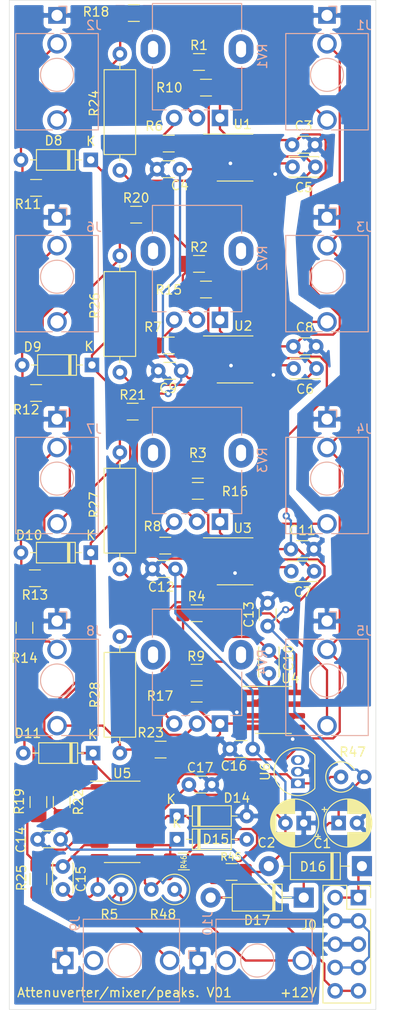
<source format=kicad_pcb>
(kicad_pcb (version 20171130) (host pcbnew 5.1.4)
  (layers (0 F.Cu signal) (31 B.Cu signal hide) (34 B.Paste user) (35 F.Paste user) (36 B.SilkS user) (37 F.SilkS user) (38 B.Mask user) (39 F.Mask user) (44 Edge.Cuts user))
  (net 0 "")
  (net 1 +12V)
  (net 2 GND)
  (net 3 -12V)
  (net 4 "Net-(C5-Pad2)")
  (net 5 "Net-(C5-Pad1)")
  (net 6 "Net-(C6-Pad1)")
  (net 7 "Net-(C6-Pad2)")
  (net 8 "Net-(C7-Pad1)")
  (net 9 "Net-(C7-Pad2)")
  (net 10 "Net-(C10-Pad2)")
  (net 11 "Net-(C10-Pad1)")
  (net 12 "Net-(C15-Pad2)")
  (net 13 "Net-(C15-Pad1)")
  (net 14 GNDPWR)
  (net 15 /out_1)
  (net 16 "Net-(D10-Pad1)")
  (net 17 /out_2)
  (net 18 /out_3)
  (net 19 /out_4)
  (net 20 "Net-(D15-Pad2)")
  (net 21 "Net-(D15-Pad1)")
  (net 22 "Net-(D16-Pad1)")
  (net 23 "Net-(D17-Pad2)")
  (net 24 "Net-(J1-PadT)")
  (net 25 "Net-(J3-PadT)")
  (net 26 "Net-(J5-PadT)")
  (net 27 /Vref)
  (net 28 "Net-(J6-PadT)")
  (net 29 "Net-(J9-PadTN)")
  (net 30 "Net-(J10-PadTN)")
  (net 31 "Net-(R2-Pad1)")
  (net 32 "Net-(R3-Pad1)")
  (net 33 "Net-(R17-Pad2)")
  (net 34 "Net-(R10-Pad2)")
  (net 35 "Net-(R15-Pad2)")
  (net 36 "Net-(R47-Pad1)")
  (net 37 "Net-(J2-PadT)")
  (net 38 "Net-(J4-PadT)")
  (net 39 "Net-(J7-PadT)")
  (net 40 "Net-(J8-PadT)")
  (net 41 "Net-(J9-PadT)")
  (net 42 "Net-(J10-PadT)")
  (net 43 "Net-(R1-Pad1)")
  (net 44 "Net-(R4-Pad1)")
  (net 45 "Net-(R6-Pad2)")
  (net 46 "Net-(R7-Pad2)")
  (net 47 "Net-(R16-Pad2)")
  (net 48 "Net-(R8-Pad2)")
  (net 49 "Net-(R9-Pad2)")
  (net 50 "Net-(R11-Pad1)")
  (net 51 "Net-(R19-Pad1)")
  (module Capacitor_THT:CP_Radial_D5.0mm_P2.00mm (layer F.Cu) (at 65.913 129.667)
    (fp_text reference C1 (at -1.778 2.2225) (layer F.SilkS))
    (fp_text value 10uF)
    (pad 1 thru_hole rect (at 0 0) (size 1.6 1.6) (drill 0.8) (layers *.Cu *.Mask) (net 1 +12V))
    (pad 2 thru_hole circle (at 2 0) (size 1.6 1.6) (drill 0.8) (layers *.Cu *.Mask) (net 2 GND))
  )
  (module Capacitor_THT:CP_Radial_D5.0mm_P2.00mm (layer F.Cu) (at 62.103 129.667 180)
    (fp_text reference C2 (at 4.064 -2.159) (layer F.SilkS))
    (fp_text value 10uF)
    (pad 2 thru_hole circle (at 2 0 180) (size 1.6 1.6) (drill 0.8) (layers *.Cu *.Mask) (net 3 -12V))
    (pad 1 thru_hole rect (at 0 0 180) (size 1.6 1.6) (drill 0.8) (layers *.Cu *.Mask) (net 2 GND))
  )
  (module Capacitor_THT:C_Disc_D3.0mm_W1.6mm_P2.50mm (layer F.Cu) (at 60.833 55.753)
    (fp_text reference C3 (at 1.25 -2.05) (layer F.SilkS))
    (fp_text value 100nF)
    (pad 1 thru_hole circle (at 0 0) (size 1.6 1.6) (drill 0.8) (layers *.Cu *.Mask) (net 1 +12V))
    (pad 2 thru_hole circle (at 2.5 0) (size 1.6 1.6) (drill 0.8) (layers *.Cu *.Mask) (net 2 GND))
  )
  (module Capacitor_THT:C_Disc_D3.0mm_W1.6mm_P2.50mm (layer F.Cu) (at 46.101 58.42)
    (fp_text reference C4 (at 2.4765 1.778) (layer F.SilkS))
    (fp_text value 100nF)
    (pad 2 thru_hole circle (at 2.5 0) (size 1.6 1.6) (drill 0.8) (layers *.Cu *.Mask) (net 3 -12V))
    (pad 1 thru_hole circle (at 0 0) (size 1.6 1.6) (drill 0.8) (layers *.Cu *.Mask) (net 2 GND))
  )
  (module Capacitor_THT:C_Disc_D3.0mm_W1.6mm_P2.50mm (layer F.Cu) (at 60.96 77.724)
    (fp_text reference C8 (at 1.25 -2.05) (layer F.SilkS))
    (fp_text value 100nF)
    (pad 2 thru_hole circle (at 2.5 0) (size 1.6 1.6) (drill 0.8) (layers *.Cu *.Mask) (net 2 GND))
    (pad 1 thru_hole circle (at 0 0) (size 1.6 1.6) (drill 0.8) (layers *.Cu *.Mask) (net 1 +12V))
  )
  (module Capacitor_THT:C_Disc_D3.0mm_W1.6mm_P2.50mm (layer F.Cu) (at 46.228 80.391)
    (fp_text reference C9 (at 1.0795 1.905) (layer F.SilkS))
    (fp_text value 100nF)
    (pad 1 thru_hole circle (at 0 0) (size 1.6 1.6) (drill 0.8) (layers *.Cu *.Mask) (net 2 GND))
    (pad 2 thru_hole circle (at 2.5 0) (size 1.6 1.6) (drill 0.8) (layers *.Cu *.Mask) (net 3 -12V))
  )
  (module Capacitor_THT:C_Disc_D3.0mm_W1.6mm_P2.50mm (layer F.Cu) (at 60.706 99.822)
    (fp_text reference C11 (at 1.25 -2.05) (layer F.SilkS))
    (fp_text value 100nF)
    (pad 2 thru_hole circle (at 2.5 0) (size 1.6 1.6) (drill 0.8) (layers *.Cu *.Mask) (net 2 GND))
    (pad 1 thru_hole circle (at 0 0) (size 1.6 1.6) (drill 0.8) (layers *.Cu *.Mask) (net 1 +12V))
  )
  (module Capacitor_THT:C_Disc_D3.0mm_W1.6mm_P2.50mm (layer F.Cu) (at 45.593 101.981)
    (fp_text reference C12 (at 0.9525 1.9685) (layer F.SilkS))
    (fp_text value 100nF)
    (pad 1 thru_hole circle (at 0 0) (size 1.6 1.6) (drill 0.8) (layers *.Cu *.Mask) (net 2 GND))
    (pad 2 thru_hole circle (at 2.5 0) (size 1.6 1.6) (drill 0.8) (layers *.Cu *.Mask) (net 3 -12V))
  )
  (module Capacitor_THT:C_Disc_D3.0mm_W1.6mm_P2.50mm (layer F.Cu) (at 58.166 108.204 90)
    (fp_text reference C13 (at 1.25 -2.05 90) (layer F.SilkS))
    (fp_text value 100nF)
    (pad 2 thru_hole circle (at 2.5 0 90) (size 1.6 1.6) (drill 0.8) (layers *.Cu *.Mask) (net 2 GND))
    (pad 1 thru_hole circle (at 0 0 90) (size 1.6 1.6) (drill 0.8) (layers *.Cu *.Mask) (net 1 +12V))
  )
  (module Capacitor_THT:C_Disc_D3.0mm_W2.0mm_P2.50mm (layer F.Cu) (at 35.814 136.906 90)
    (fp_text reference C15 (at 1.143 1.9685 90) (layer F.SilkS))
    (fp_text value 18pF)
    (pad 2 thru_hole circle (at 2.5 0 90) (size 1.6 1.6) (drill 0.8) (layers *.Cu *.Mask) (net 12 "Net-(C15-Pad2)"))
    (pad 1 thru_hole circle (at 0 0 90) (size 1.6 1.6) (drill 0.8) (layers *.Cu *.Mask) (net 13 "Net-(C15-Pad1)"))
  )
  (module Capacitor_THT:C_Disc_D3.0mm_W1.6mm_P2.50mm (layer F.Cu) (at 54.0385 121.6025)
    (fp_text reference C16 (at 0.4445 1.8415) (layer F.SilkS))
    (fp_text value 100nF)
    (pad 1 thru_hole circle (at 0 0) (size 1.6 1.6) (drill 0.8) (layers *.Cu *.Mask) (net 2 GND))
    (pad 2 thru_hole circle (at 2.5 0) (size 1.6 1.6) (drill 0.8) (layers *.Cu *.Mask) (net 3 -12V))
  )
  (module Diode_THT:D_DO-35_SOD27_P7.62mm_Horizontal (layer F.Cu) (at 38.862 57.404 180)
    (fp_text reference D8 (at 4.064 2.0955) (layer F.SilkS))
    (fp_text value 1N4148)
    (fp_text user K (at 0 2.032) (layer F.SilkS))
    (pad 2 thru_hole oval (at 7.62 0 180) (size 1.6 1.6) (drill 0.8) (layers *.Cu *.Mask) (net 15 /out_1))
    (pad 1 thru_hole rect (at 0 0 180) (size 1.6 1.6) (drill 0.8) (layers *.Cu *.Mask) (net 16 "Net-(D10-Pad1)"))
  )
  (module Diode_THT:D_DO-35_SOD27_P7.62mm_Horizontal (layer F.Cu) (at 38.989 79.756 180)
    (fp_text reference D9 (at 6.477 1.9685) (layer F.SilkS))
    (fp_text value 1N4148)
    (fp_text user K (at 0.3175 2.032) (layer F.SilkS))
    (pad 1 thru_hole rect (at 0 0 180) (size 1.6 1.6) (drill 0.8) (layers *.Cu *.Mask) (net 16 "Net-(D10-Pad1)"))
    (pad 2 thru_hole oval (at 7.62 0 180) (size 1.6 1.6) (drill 0.8) (layers *.Cu *.Mask) (net 17 /out_2))
  )
  (module Diode_THT:D_DO-35_SOD27_P7.62mm_Horizontal (layer F.Cu) (at 38.862 100.203 180)
    (fp_text reference D10 (at 6.731 1.905) (layer F.SilkS))
    (fp_text value 1N4148)
    (fp_text user K (at 0 1.905) (layer F.SilkS))
    (pad 2 thru_hole oval (at 7.62 0 180) (size 1.6 1.6) (drill 0.8) (layers *.Cu *.Mask) (net 18 /out_3))
    (pad 1 thru_hole rect (at 0 0 180) (size 1.6 1.6) (drill 0.8) (layers *.Cu *.Mask) (net 16 "Net-(D10-Pad1)"))
  )
  (module Diode_THT:D_DO-35_SOD27_P7.62mm_Horizontal (layer F.Cu) (at 39.116 122.047 180)
    (fp_text reference D11 (at 7.112 2.159) (layer F.SilkS))
    (fp_text value 1N4148)
    (fp_text user K (at 0.0635 2.032) (layer F.SilkS))
    (pad 1 thru_hole rect (at 0 0 180) (size 1.6 1.6) (drill 0.8) (layers *.Cu *.Mask) (net 16 "Net-(D10-Pad1)"))
    (pad 2 thru_hole oval (at 7.62 0 180) (size 1.6 1.6) (drill 0.8) (layers *.Cu *.Mask) (net 19 /out_4))
  )
  (module Diode_THT:D_DO-35_SOD27_P7.62mm_Horizontal (layer F.Cu) (at 48.26 128.905)
    (fp_text reference D14 (at 6.5405 -1.9685) (layer F.SilkS))
    (fp_text value 1N4148)
    (fp_text user K (at -0.635 -1.8415) (layer F.SilkS))
    (pad 1 thru_hole rect (at 0 0) (size 1.6 1.6) (drill 0.8) (layers *.Cu *.Mask) (net 16 "Net-(D10-Pad1)"))
    (pad 2 thru_hole oval (at 7.62 0) (size 1.6 1.6) (drill 0.8) (layers *.Cu *.Mask) (net 2 GND))
  )
  (module Diode_THT:D_DO-35_SOD27_P7.62mm_Horizontal (layer F.Cu) (at 48.26 131.445)
    (fp_text reference D15 (at 4.2545 0) (layer F.SilkS))
    (fp_text value 1N4148)
    (fp_text user K (at 0 -1.8) (layer F.SilkS))
    (pad 2 thru_hole oval (at 7.62 0) (size 1.6 1.6) (drill 0.8) (layers *.Cu *.Mask) (net 20 "Net-(D15-Pad2)"))
    (pad 1 thru_hole rect (at 0 0) (size 1.6 1.6) (drill 0.8) (layers *.Cu *.Mask) (net 21 "Net-(D15-Pad1)"))
  )
  (module Diode_THT:D_DO-41_SOD81_P10.16mm_Horizontal (layer F.Cu) (at 68.453 134.366 180)
    (fp_text reference D16 (at 5.334 -0.0635) (layer F.SilkS))
    (fp_text value 1N5817)
    (pad 1 thru_hole rect (at 0 0 180) (size 2.2 2.2) (drill 1.1) (layers *.Cu *.Mask) (net 22 "Net-(D16-Pad1)"))
    (pad 2 thru_hole oval (at 10.16 0 180) (size 2.2 2.2) (drill 1.1) (layers *.Cu *.Mask) (net 3 -12V))
  )
  (module Diode_THT:D_DO-41_SOD81_P10.16mm_Horizontal (layer F.Cu) (at 62.103 137.795 180)
    (fp_text reference D17 (at 5.08 -2.47) (layer F.SilkS))
    (fp_text value 1N5817)
    (pad 2 thru_hole oval (at 10.16 0 180) (size 2.2 2.2) (drill 1.1) (layers *.Cu *.Mask) (net 23 "Net-(D17-Pad2)"))
    (pad 1 thru_hole rect (at 0 0 180) (size 2.2 2.2) (drill 1.1) (layers *.Cu *.Mask) (net 1 +12V))
  )
  (module Connector_PinSocket_2.54mm:PinSocket_2x05_P2.54mm_Vertical (layer F.Cu) (at 68.072 137.795)
    (fp_text reference J0 (at -5.3975 2.9845) (layer F.SilkS))
    (fp_text value "Eurorack power")
    (pad 1 thru_hole rect (at 0 0) (size 1.7 1.7) (drill 1) (layers *.Cu *.Mask) (net 22 "Net-(D16-Pad1)"))
    (pad 2 thru_hole oval (at -2.54 0) (size 1.7 1.7) (drill 1) (layers *.Cu *.Mask) (net 22 "Net-(D16-Pad1)"))
    (pad 3 thru_hole oval (at 0 2.54) (size 1.7 1.7) (drill 1) (layers *.Cu *.Mask) (net 2 GND))
    (pad 4 thru_hole oval (at -2.54 2.54) (size 1.7 1.7) (drill 1) (layers *.Cu *.Mask) (net 2 GND))
    (pad 5 thru_hole oval (at 0 5.08) (size 1.7 1.7) (drill 1) (layers *.Cu *.Mask) (net 14 GNDPWR))
    (pad 6 thru_hole oval (at -2.54 5.08) (size 1.7 1.7) (drill 1) (layers *.Cu *.Mask) (net 14 GNDPWR))
    (pad 7 thru_hole oval (at 0 7.62) (size 1.7 1.7) (drill 1) (layers *.Cu *.Mask) (net 2 GND))
    (pad 8 thru_hole oval (at -2.54 7.62) (size 1.7 1.7) (drill 1) (layers *.Cu *.Mask) (net 2 GND))
    (pad 9 thru_hole oval (at 0 10.16) (size 1.7 1.7) (drill 1) (layers *.Cu *.Mask) (net 23 "Net-(D17-Pad2)"))
    (pad 10 thru_hole oval (at -2.54 10.16) (size 1.7 1.7) (drill 1) (layers *.Cu *.Mask) (net 23 "Net-(D17-Pad2)"))
  )
  (module kicad_libraries:Jack_3.5mm_QingPu_WQP-PJ398SM_Vertical_CircularHoles (layer B.Cu) (at 64.643 41.656 180)
    (fp_text reference J1 (at -4.03 -1.08 180) (layer B.SilkS) (effects (justify mirror)))
    (fp_text value Input)
    (pad TN thru_hole circle (at 0 -3.1) (size 2.13 2.13) (drill 1.42) (layers *.Cu *.Mask) (net 27 /Vref))
    (pad S thru_hole rect (at 0 0) (size 1.93 1.83) (drill 1.22) (layers *.Cu *.Mask) (net 14 GNDPWR))
    (pad T thru_hole circle (at 0 -11.4) (size 2.13 2.13) (drill 1.43) (layers *.Cu *.Mask) (net 24 "Net-(J1-PadT)"))
  )
  (module kicad_libraries:Jack_3.5mm_QingPu_WQP-PJ398SM_Vertical_CircularHoles (layer B.Cu) (at 35.179 41.656 180)
    (fp_text reference J2 (at -4.03 -1.08 180) (layer B.SilkS) (effects (justify mirror)))
    (fp_text value Out)
    (pad T thru_hole circle (at 0 -11.4) (size 2.13 2.13) (drill 1.43) (layers *.Cu *.Mask) (net 37 "Net-(J2-PadT)"))
    (pad S thru_hole rect (at 0 0) (size 1.93 1.83) (drill 1.22) (layers *.Cu *.Mask) (net 14 GNDPWR))
    (pad TN thru_hole circle (at 0 -3.1) (size 2.13 2.13) (drill 1.42) (layers *.Cu *.Mask) (net 15 /out_1))
  )
  (module kicad_libraries:Jack_3.5mm_QingPu_WQP-PJ398SM_Vertical_CircularHoles (layer B.Cu) (at 64.643 63.656 180)
    (fp_text reference J3 (at -4.03 -1.08 180) (layer B.SilkS) (effects (justify mirror)))
    (fp_text value Input)
    (pad T thru_hole circle (at 0 -11.4) (size 2.13 2.13) (drill 1.43) (layers *.Cu *.Mask) (net 25 "Net-(J3-PadT)"))
    (pad S thru_hole rect (at 0 0) (size 1.93 1.83) (drill 1.22) (layers *.Cu *.Mask) (net 14 GNDPWR))
    (pad TN thru_hole circle (at 0 -3.1) (size 2.13 2.13) (drill 1.42) (layers *.Cu *.Mask) (net 27 /Vref))
  )
  (module kicad_libraries:Jack_3.5mm_QingPu_WQP-PJ398SM_Vertical_CircularHoles (layer B.Cu) (at 64.643 85.656 180)
    (fp_text reference J4 (at -4.03 -1.08 180) (layer B.SilkS) (effects (justify mirror)))
    (fp_text value Input)
    (pad T thru_hole circle (at 0 -11.4) (size 2.13 2.13) (drill 1.43) (layers *.Cu *.Mask) (net 38 "Net-(J4-PadT)"))
    (pad S thru_hole rect (at 0 0) (size 1.93 1.83) (drill 1.22) (layers *.Cu *.Mask) (net 14 GNDPWR))
    (pad TN thru_hole circle (at 0 -3.1) (size 2.13 2.13) (drill 1.42) (layers *.Cu *.Mask) (net 27 /Vref))
  )
  (module kicad_libraries:Jack_3.5mm_QingPu_WQP-PJ398SM_Vertical_CircularHoles (layer B.Cu) (at 36.068 144.653 270)
    (fp_text reference J9 (at -4.03 -1.08 90) (layer B.SilkS) (effects (justify mirror)))
    (fp_text value "Sum out")
    (pad TN thru_hole circle (at 0 -3.1 90) (size 2.13 2.13) (drill 1.42) (layers *.Cu *.Mask) (net 29 "Net-(J9-PadTN)"))
    (pad S thru_hole rect (at 0 0 90) (size 1.93 1.83) (drill 1.22) (layers *.Cu *.Mask) (net 14 GNDPWR))
    (pad T thru_hole circle (at 0 -11.4 90) (size 2.13 2.13) (drill 1.43) (layers *.Cu *.Mask) (net 41 "Net-(J9-PadT)"))
  )
  (module kicad_libraries:Jack_3.5mm_QingPu_WQP-PJ398SM_Vertical_CircularHoles (layer B.Cu) (at 50.546 144.653 270)
    (fp_text reference J10 (at -4.03 -1.08 90) (layer B.SilkS) (effects (justify mirror)))
    (fp_text value "Or out")
    (pad T thru_hole circle (at 0 -11.4 90) (size 2.13 2.13) (drill 1.43) (layers *.Cu *.Mask) (net 42 "Net-(J10-PadT)"))
    (pad S thru_hole rect (at 0 0 90) (size 1.93 1.83) (drill 1.22) (layers *.Cu *.Mask) (net 14 GNDPWR))
    (pad TN thru_hole circle (at 0 -3.1 90) (size 2.13 2.13) (drill 1.42) (layers *.Cu *.Mask) (net 30 "Net-(J10-PadTN)"))
  )
  (module Potentiometer_THT:Potentiometer_Alpha_RD901F-40-00D_Single_Vertical (layer B.Cu) (at 52.959 52.832 90)
    (fp_text reference RV1 (at 6.71 4.64 90) (layer B.SilkS) (effects (justify mirror)))
    (fp_text value 10k)
    (pad 1 thru_hole rect (at 0 0) (size 1.8 1.8) (drill 1) (layers *.Cu *.Mask) (net 4 "Net-(C5-Pad2)"))
    (pad 2 thru_hole circle (at 0 -2.5) (size 1.8 1.8) (drill 1) (layers *.Cu *.Mask) (net 43 "Net-(R1-Pad1)"))
    (pad 3 thru_hole circle (at 0 -5) (size 1.8 1.8) (drill 1) (layers *.Cu *.Mask) (net 45 "Net-(R6-Pad2)"))
    (pad "" thru_hole oval (at 7.5 -7.3) (size 2.72 3.24) (drill oval 1.1 1.8) (layers *.Cu *.Mask))
    (pad "" thru_hole oval (at 7.5 2.3) (size 2.72 3.24) (drill oval 1.1 1.8) (layers *.Cu *.Mask))
  )
  (module Potentiometer_THT:Potentiometer_Alpha_RD901F-40-00D_Single_Vertical (layer B.Cu) (at 52.959 74.832 90)
    (fp_text reference RV2 (at 6.71 4.64 90) (layer B.SilkS) (effects (justify mirror)))
    (fp_text value 10k)
    (pad 1 thru_hole rect (at 0 0) (size 1.8 1.8) (drill 1) (layers *.Cu *.Mask) (net 7 "Net-(C6-Pad2)"))
    (pad 2 thru_hole circle (at 0 -2.5) (size 1.8 1.8) (drill 1) (layers *.Cu *.Mask) (net 31 "Net-(R2-Pad1)"))
    (pad 3 thru_hole circle (at 0 -5) (size 1.8 1.8) (drill 1) (layers *.Cu *.Mask) (net 46 "Net-(R7-Pad2)"))
    (pad "" thru_hole oval (at 7.5 -7.3) (size 2.72 3.24) (drill oval 1.1 1.8) (layers *.Cu *.Mask))
    (pad "" thru_hole oval (at 7.5 2.3) (size 2.72 3.24) (drill oval 1.1 1.8) (layers *.Cu *.Mask))
  )
  (module Potentiometer_THT:Potentiometer_Alpha_RD901F-40-00D_Single_Vertical (layer B.Cu) (at 52.959 118.832 90)
    (fp_text reference RV4 (at 6.71 4.64 90) (layer B.SilkS) (effects (justify mirror)))
    (fp_text value 10k)
    (pad "" thru_hole oval (at 7.5 2.3) (size 2.72 3.24) (drill oval 1.1 1.8) (layers *.Cu *.Mask))
    (pad "" thru_hole oval (at 7.5 -7.3) (size 2.72 3.24) (drill oval 1.1 1.8) (layers *.Cu *.Mask))
    (pad 3 thru_hole circle (at 0 -5) (size 1.8 1.8) (drill 1) (layers *.Cu *.Mask) (net 49 "Net-(R9-Pad2)"))
    (pad 2 thru_hole circle (at 0 -2.5) (size 1.8 1.8) (drill 1) (layers *.Cu *.Mask) (net 44 "Net-(R4-Pad1)"))
    (pad 1 thru_hole rect (at 0 0) (size 1.8 1.8) (drill 1) (layers *.Cu *.Mask) (net 10 "Net-(C10-Pad2)"))
  )
  (module Package_SO:SOIC-8_3.9x4.9mm_P1.27mm (layer F.Cu) (at 54.61 79.15)
    (fp_text reference U2 (at 0.889 -3.6485) (layer F.SilkS))
    (fp_text value TL072)
    (pad 8 smd roundrect (at 2.475 -1.905) (size 1.95 0.6) (layers F.Cu F.Paste F.Mask) (net 1 +12V))
    (pad 7 smd roundrect (at 2.475 -0.635) (size 1.95 0.6) (layers F.Cu F.Paste F.Mask) (net 6 "Net-(C6-Pad1)"))
    (pad 6 smd roundrect (at 2.475 0.635) (size 1.95 0.6) (layers F.Cu F.Paste F.Mask) (net 7 "Net-(C6-Pad2)"))
    (pad 5 smd roundrect (at 2.475 1.905) (size 1.95 0.6) (layers F.Cu F.Paste F.Mask) (net 2 GND))
    (pad 4 smd roundrect (at -2.475 1.905) (size 1.95 0.6) (layers F.Cu F.Paste F.Mask) (net 3 -12V))
    (pad 3 smd roundrect (at -2.475 0.635) (size 1.95 0.6) (layers F.Cu F.Paste F.Mask) (net 2 GND))
    (pad 2 smd roundrect (at -2.475 -0.635) (size 1.95 0.6) (layers F.Cu F.Paste F.Mask) (net 46 "Net-(R7-Pad2)"))
    (pad 1 smd roundrect (at -2.475 -1.905) (size 1.95 0.6) (layers F.Cu F.Paste F.Mask) (net 35 "Net-(R15-Pad2)"))
  )
  (module Package_SO:SOIC-14_3.9x8.7mm_P1.27mm (layer F.Cu) (at 42.291 129.54)
    (fp_text reference U5 (at 0 -5.28) (layer F.SilkS))
    (fp_text value TL074)
    (pad 1 smd roundrect (at -2.475 -3.81) (size 1.95 0.6) (layers F.Cu F.Paste F.Mask) (net 51 "Net-(R19-Pad1)"))
    (pad 2 smd roundrect (at -2.475 -2.54) (size 1.95 0.6) (layers F.Cu F.Paste F.Mask) (net 50 "Net-(R11-Pad1)"))
    (pad 3 smd roundrect (at -2.475 -1.27) (size 1.95 0.6) (layers F.Cu F.Paste F.Mask) (net 2 GND))
    (pad 4 smd roundrect (at -2.475 0) (size 1.95 0.6) (layers F.Cu F.Paste F.Mask) (net 1 +12V))
    (pad 5 smd roundrect (at -2.475 1.27) (size 1.95 0.6) (layers F.Cu F.Paste F.Mask) (net 2 GND))
    (pad 6 smd roundrect (at -2.475 2.54) (size 1.95 0.6) (layers F.Cu F.Paste F.Mask) (net 12 "Net-(C15-Pad2)"))
    (pad 7 smd roundrect (at -2.475 3.81) (size 1.95 0.6) (layers F.Cu F.Paste F.Mask) (net 13 "Net-(C15-Pad1)"))
    (pad 8 smd roundrect (at 2.475 3.81) (size 1.95 0.6) (layers F.Cu F.Paste F.Mask) (net 20 "Net-(D15-Pad2)"))
    (pad 9 smd roundrect (at 2.475 2.54) (size 1.95 0.6) (layers F.Cu F.Paste F.Mask) (net 21 "Net-(D15-Pad1)"))
    (pad 10 smd roundrect (at 2.475 1.27) (size 1.95 0.6) (layers F.Cu F.Paste F.Mask) (net 16 "Net-(D10-Pad1)"))
    (pad 11 smd roundrect (at 2.475 0) (size 1.95 0.6) (layers F.Cu F.Paste F.Mask) (net 3 -12V))
    (pad 12 smd roundrect (at 2.475 -1.27) (size 1.95 0.6) (layers F.Cu F.Paste F.Mask) (net 36 "Net-(R47-Pad1)"))
    (pad 13 smd roundrect (at 2.475 -2.54) (size 1.95 0.6) (layers F.Cu F.Paste F.Mask) (net 27 /Vref))
    (pad 14 smd roundrect (at 2.475 -3.81) (size 1.95 0.6) (layers F.Cu F.Paste F.Mask) (net 27 /Vref))
  )
  (module Package_TO_SOT_THT:TO-92_Inline (layer F.Cu) (at 61.468 125.349 90)
    (fp_text reference U6 (at 1.27 -3.56 90) (layer F.SilkS))
    (fp_text value LM4040CIZ-5.0)
    (pad 2 thru_hole oval (at 1.27 0 90) (size 1.05 1.5) (drill 0.75) (layers *.Cu *.Mask) (net 2 GND))
    (pad 3 thru_hole oval (at 2.54 0 90) (size 1.05 1.5) (drill 0.75) (layers *.Cu *.Mask))
    (pad 1 thru_hole rect (at 0 0 90) (size 1.05 1.5) (drill 0.75) (layers *.Cu *.Mask) (net 36 "Net-(R47-Pad1)"))
  )
  (module Resistor_SMD:R_1206_3216Metric_Pad1.42x1.75mm_HandSolder (layer F.Cu) (at 32.893 60.452 180)
    (fp_text reference R11 (at 0.889 -1.778) (layer F.SilkS))
    (fp_text value 220k)
    (pad 1 smd roundrect (at -1.4875 0 180) (size 1.425 1.75) (layers F.Cu F.Paste F.Mask) (roundrect_rratio 0.175439) (net 50 "Net-(R11-Pad1)"))
    (pad 2 smd roundrect (at 1.4875 0 180) (size 1.425 1.75) (layers F.Cu F.Paste F.Mask) (roundrect_rratio 0.175439) (net 15 /out_1))
  )
  (module Resistor_SMD:R_1206_3216Metric_Pad1.42x1.75mm_HandSolder (layer F.Cu) (at 32.893 82.804 180)
    (fp_text reference R12 (at 1.0795 -1.82) (layer F.SilkS))
    (fp_text value 220k)
    (pad 2 smd roundrect (at 1.4875 0 180) (size 1.425 1.75) (layers F.Cu F.Paste F.Mask) (roundrect_rratio 0.175439) (net 17 /out_2))
    (pad 1 smd roundrect (at -1.4875 0 180) (size 1.425 1.75) (layers F.Cu F.Paste F.Mask) (roundrect_rratio 0.175439) (net 50 "Net-(R11-Pad1)"))
  )
  (module Resistor_SMD:R_1206_3216Metric_Pad1.42x1.75mm_HandSolder (layer F.Cu) (at 32.766 102.997 180)
    (fp_text reference R13 (at 0 -1.82) (layer F.SilkS))
    (fp_text value 220k)
    (pad 1 smd roundrect (at -1.4875 0 180) (size 1.425 1.75) (layers F.Cu F.Paste F.Mask) (roundrect_rratio 0.175439) (net 50 "Net-(R11-Pad1)"))
    (pad 2 smd roundrect (at 1.4875 0 180) (size 1.425 1.75) (layers F.Cu F.Paste F.Mask) (roundrect_rratio 0.175439) (net 18 /out_3))
  )
  (module Resistor_SMD:R_1206_3216Metric_Pad1.42x1.75mm_HandSolder (layer F.Cu) (at 31.623 108.3945 270)
    (fp_text reference R14 (at 3.302 0 180) (layer F.SilkS))
    (fp_text value 220k)
    (pad 2 smd roundrect (at 1.4875 0 270) (size 1.425 1.75) (layers F.Cu F.Paste F.Mask) (roundrect_rratio 0.175439) (net 19 /out_4))
    (pad 1 smd roundrect (at -1.4875 0 270) (size 1.425 1.75) (layers F.Cu F.Paste F.Mask) (roundrect_rratio 0.175439) (net 50 "Net-(R11-Pad1)"))
  )
  (module Resistor_SMD:R_1206_3216Metric_Pad1.42x1.75mm_HandSolder (layer F.Cu) (at 33.147 127.381 270)
    (fp_text reference R19 (at -0.0635 2.0955 90) (layer F.SilkS))
    (fp_text value 100k)
    (pad 2 smd roundrect (at 1.4875 0 270) (size 1.425 1.75) (layers F.Cu F.Paste F.Mask) (roundrect_rratio 0.175439) (net 12 "Net-(C15-Pad2)"))
    (pad 1 smd roundrect (at -1.4875 0 270) (size 1.425 1.75) (layers F.Cu F.Paste F.Mask) (roundrect_rratio 0.175439) (net 51 "Net-(R19-Pad1)"))
  )
  (module Resistor_SMD:R_1206_3216Metric_Pad1.42x1.75mm_HandSolder (layer F.Cu) (at 35.687 127.381 270)
    (fp_text reference R22 (at 0 -1.82 90) (layer F.SilkS))
    (fp_text value 220k)
    (pad 1 smd roundrect (at -1.4875 0 270) (size 1.425 1.75) (layers F.Cu F.Paste F.Mask) (roundrect_rratio 0.175439) (net 51 "Net-(R19-Pad1)"))
    (pad 2 smd roundrect (at 1.4875 0 270) (size 1.425 1.75) (layers F.Cu F.Paste F.Mask) (roundrect_rratio 0.175439) (net 50 "Net-(R11-Pad1)"))
  )
  (module Resistor_SMD:R_1206_3216Metric_Pad1.42x1.75mm_HandSolder (layer F.Cu) (at 33.147 135.763 270)
    (fp_text reference R25 (at -0.127 1.8415 90) (layer F.SilkS))
    (fp_text value 100k)
    (pad 1 smd roundrect (at -1.4875 0 270) (size 1.425 1.75) (layers F.Cu F.Paste F.Mask) (roundrect_rratio 0.175439) (net 12 "Net-(C15-Pad2)"))
    (pad 2 smd roundrect (at 1.4875 0 270) (size 1.425 1.75) (layers F.Cu F.Paste F.Mask) (roundrect_rratio 0.175439) (net 41 "Net-(J9-PadT)"))
  )
  (module Resistor_SMD:R_1206_3216Metric_Pad1.42x1.75mm_HandSolder (layer F.Cu) (at 54.229 135.001)
    (fp_text reference R45 (at -0.0635 -1.651) (layer F.SilkS) (effects (font (size 0.8 0.8))))
    (fp_text value 220k)
    (pad 2 smd roundrect (at 1.4875 0) (size 1.425 1.75) (layers F.Cu F.Paste F.Mask) (roundrect_rratio 0.175439) (net 3 -12V))
    (pad 1 smd roundrect (at -1.4875 0) (size 1.425 1.75) (layers F.Cu F.Paste F.Mask) (roundrect_rratio 0.175439) (net 16 "Net-(D10-Pad1)"))
  )
  (module Resistor_SMD:R_1206_3216Metric_Pad1.42x1.75mm_HandSolder (layer F.Cu) (at 49.022 133.858)
    (fp_text reference R46 (at 0 0.0635 90) (layer F.SilkS) (effects (font (size 0.6 0.5) (thickness 0.1))))
    (fp_text value 220k)
    (pad 1 smd roundrect (at -1.4875 0) (size 1.425 1.75) (layers F.Cu F.Paste F.Mask) (roundrect_rratio 0.175439) (net 21 "Net-(D15-Pad1)"))
    (pad 2 smd roundrect (at 1.4875 0) (size 1.425 1.75) (layers F.Cu F.Paste F.Mask) (roundrect_rratio 0.175439) (net 3 -12V))
  )
  (module Capacitor_THT:C_Disc_D3.0mm_W2.0mm_P2.50mm (layer F.Cu) (at 63.373 58.166 180)
    (fp_text reference C5 (at 1.25 -2.25) (layer F.SilkS))
    (fp_text value 18pF)
    (pad 2 thru_hole circle (at 2.5 0 180) (size 1.6 1.6) (drill 0.8) (layers *.Cu *.Mask) (net 4 "Net-(C5-Pad2)"))
    (pad 1 thru_hole circle (at 0 0 180) (size 1.6 1.6) (drill 0.8) (layers *.Cu *.Mask) (net 5 "Net-(C5-Pad1)"))
  )
  (module Capacitor_THT:C_Disc_D3.0mm_W2.0mm_P2.50mm (layer F.Cu) (at 63.5 80.137 180)
    (fp_text reference C6 (at 1.25 -2.25) (layer F.SilkS))
    (fp_text value 18pF)
    (pad 1 thru_hole circle (at 0 0 180) (size 1.6 1.6) (drill 0.8) (layers *.Cu *.Mask) (net 6 "Net-(C6-Pad1)"))
    (pad 2 thru_hole circle (at 2.5 0 180) (size 1.6 1.6) (drill 0.8) (layers *.Cu *.Mask) (net 7 "Net-(C6-Pad2)"))
  )
  (module Capacitor_THT:C_Disc_D3.0mm_W2.0mm_P2.50mm (layer F.Cu) (at 63.246 102.235 180)
    (fp_text reference C7 (at 1.25 -2.25) (layer F.SilkS))
    (fp_text value 18pF)
    (pad 1 thru_hole circle (at 0 0 180) (size 1.6 1.6) (drill 0.8) (layers *.Cu *.Mask) (net 8 "Net-(C7-Pad1)"))
    (pad 2 thru_hole circle (at 2.5 0 180) (size 1.6 1.6) (drill 0.8) (layers *.Cu *.Mask) (net 9 "Net-(C7-Pad2)"))
  )
  (module Capacitor_THT:C_Disc_D3.0mm_W2.0mm_P2.50mm (layer F.Cu) (at 58.293 110.871 270)
    (fp_text reference C10 (at 0.8255 -2.159 90) (layer F.SilkS))
    (fp_text value 18pF)
    (pad 2 thru_hole circle (at 2.5 0 270) (size 1.6 1.6) (drill 0.8) (layers *.Cu *.Mask) (net 10 "Net-(C10-Pad2)"))
    (pad 1 thru_hole circle (at 0 0 270) (size 1.6 1.6) (drill 0.8) (layers *.Cu *.Mask) (net 11 "Net-(C10-Pad1)"))
  )
  (module kicad_libraries:Jack_3.5mm_QingPu_WQP-PJ398SM_Vertical_CircularHoles (layer B.Cu) (at 64.643 107.656 180)
    (fp_text reference J5 (at -4.03 -1.08 180) (layer B.SilkS) (effects (justify mirror)))
    (fp_text value Input)
    (pad T thru_hole circle (at 0 -11.4) (size 2.13 2.13) (drill 1.43) (layers *.Cu *.Mask) (net 26 "Net-(J5-PadT)"))
    (pad S thru_hole rect (at 0 0) (size 1.93 1.83) (drill 1.22) (layers *.Cu *.Mask) (net 14 GNDPWR))
    (pad TN thru_hole circle (at 0 -3.1) (size 2.13 2.13) (drill 1.42) (layers *.Cu *.Mask) (net 27 /Vref))
  )
  (module kicad_libraries:Jack_3.5mm_QingPu_WQP-PJ398SM_Vertical_CircularHoles (layer B.Cu) (at 35.179 63.656 180)
    (fp_text reference J6 (at -4.03 -1.08 180) (layer B.SilkS) (effects (justify mirror)))
    (fp_text value Out)
    (pad TN thru_hole circle (at 0 -3.1) (size 2.13 2.13) (drill 1.42) (layers *.Cu *.Mask) (net 17 /out_2))
    (pad S thru_hole rect (at 0 0) (size 1.93 1.83) (drill 1.22) (layers *.Cu *.Mask) (net 14 GNDPWR))
    (pad T thru_hole circle (at 0 -11.4) (size 2.13 2.13) (drill 1.43) (layers *.Cu *.Mask) (net 28 "Net-(J6-PadT)"))
  )
  (module kicad_libraries:Jack_3.5mm_QingPu_WQP-PJ398SM_Vertical_CircularHoles (layer B.Cu) (at 35.179 85.656 180)
    (fp_text reference J7 (at -4.03 -1.08 180) (layer B.SilkS) (effects (justify mirror)))
    (fp_text value Out)
    (pad TN thru_hole circle (at 0 -3.1) (size 2.13 2.13) (drill 1.42) (layers *.Cu *.Mask) (net 18 /out_3))
    (pad S thru_hole rect (at 0 0) (size 1.93 1.83) (drill 1.22) (layers *.Cu *.Mask) (net 14 GNDPWR))
    (pad T thru_hole circle (at 0 -11.4) (size 2.13 2.13) (drill 1.43) (layers *.Cu *.Mask) (net 39 "Net-(J7-PadT)"))
  )
  (module kicad_libraries:Jack_3.5mm_QingPu_WQP-PJ398SM_Vertical_CircularHoles (layer B.Cu) (at 35.179 107.656 180)
    (fp_text reference J8 (at -4.03 -1.08 180) (layer B.SilkS) (effects (justify mirror)))
    (fp_text value Out)
    (pad TN thru_hole circle (at 0 -3.1) (size 2.13 2.13) (drill 1.42) (layers *.Cu *.Mask) (net 19 /out_4))
    (pad S thru_hole rect (at 0 0) (size 1.93 1.83) (drill 1.22) (layers *.Cu *.Mask) (net 14 GNDPWR))
    (pad T thru_hole circle (at 0 -11.4) (size 2.13 2.13) (drill 1.43) (layers *.Cu *.Mask) (net 40 "Net-(J8-PadT)"))
  )
  (module Resistor_SMD:R_1206_3216Metric_Pad1.42x1.75mm_HandSolder (layer F.Cu) (at 50.673 46.736)
    (fp_text reference R1 (at 0 -1.82) (layer F.SilkS))
    (fp_text value 100k)
    (pad 2 smd roundrect (at 1.4875 0) (size 1.425 1.75) (layers F.Cu F.Paste F.Mask) (roundrect_rratio 0.175439) (net 24 "Net-(J1-PadT)"))
    (pad 1 smd roundrect (at -1.4875 0) (size 1.425 1.75) (layers F.Cu F.Paste F.Mask) (roundrect_rratio 0.175439) (net 43 "Net-(R1-Pad1)"))
  )
  (module Resistor_SMD:R_1206_3216Metric_Pad1.42x1.75mm_HandSolder (layer F.Cu) (at 50.673 68.736)
    (fp_text reference R2 (at 0 -1.82) (layer F.SilkS))
    (fp_text value 100k)
    (pad 2 smd roundrect (at 1.4875 0) (size 1.425 1.75) (layers F.Cu F.Paste F.Mask) (roundrect_rratio 0.175439) (net 25 "Net-(J3-PadT)"))
    (pad 1 smd roundrect (at -1.4875 0) (size 1.425 1.75) (layers F.Cu F.Paste F.Mask) (roundrect_rratio 0.175439) (net 31 "Net-(R2-Pad1)"))
  )
  (module Resistor_SMD:R_1206_3216Metric_Pad1.42x1.75mm_HandSolder (layer F.Cu) (at 50.546 91.186)
    (fp_text reference R3 (at 0 -1.82) (layer F.SilkS))
    (fp_text value 100k)
    (pad 2 smd roundrect (at 1.4875 0) (size 1.425 1.75) (layers F.Cu F.Paste F.Mask) (roundrect_rratio 0.175439) (net 38 "Net-(J4-PadT)"))
    (pad 1 smd roundrect (at -1.4875 0) (size 1.425 1.75) (layers F.Cu F.Paste F.Mask) (roundrect_rratio 0.175439) (net 32 "Net-(R3-Pad1)"))
  )
  (module Resistor_SMD:R_1206_3216Metric_Pad1.42x1.75mm_HandSolder (layer F.Cu) (at 50.419 106.807)
    (fp_text reference R4 (at 0 -1.82) (layer F.SilkS))
    (fp_text value 100k)
    (pad 1 smd roundrect (at -1.4875 0) (size 1.425 1.75) (layers F.Cu F.Paste F.Mask) (roundrect_rratio 0.175439) (net 44 "Net-(R4-Pad1)"))
    (pad 2 smd roundrect (at 1.4875 0) (size 1.425 1.75) (layers F.Cu F.Paste F.Mask) (roundrect_rratio 0.175439) (net 26 "Net-(J5-PadT)"))
  )
  (module Resistor_SMD:R_1206_3216Metric_Pad1.42x1.75mm_HandSolder (layer F.Cu) (at 47.371 55.626 180)
    (fp_text reference R6 (at 1.5875 1.905) (layer F.SilkS))
    (fp_text value 100k)
    (pad 2 smd roundrect (at 1.4875 0 180) (size 1.425 1.75) (layers F.Cu F.Paste F.Mask) (roundrect_rratio 0.175439) (net 45 "Net-(R6-Pad2)"))
    (pad 1 smd roundrect (at -1.4875 0 180) (size 1.425 1.75) (layers F.Cu F.Paste F.Mask) (roundrect_rratio 0.175439) (net 34 "Net-(R10-Pad2)"))
  )
  (module Resistor_SMD:R_1206_3216Metric_Pad1.42x1.75mm_HandSolder (layer F.Cu) (at 47.371 77.626 180)
    (fp_text reference R7 (at 1.7145 1.9975) (layer F.SilkS))
    (fp_text value 100k)
    (pad 1 smd roundrect (at -1.4875 0 180) (size 1.425 1.75) (layers F.Cu F.Paste F.Mask) (roundrect_rratio 0.175439) (net 35 "Net-(R15-Pad2)"))
    (pad 2 smd roundrect (at 1.4875 0 180) (size 1.425 1.75) (layers F.Cu F.Paste F.Mask) (roundrect_rratio 0.175439) (net 46 "Net-(R7-Pad2)"))
  )
  (module Resistor_SMD:R_1206_3216Metric_Pad1.42x1.75mm_HandSolder (layer F.Cu) (at 46.99 99.441 180)
    (fp_text reference R8 (at 1.397 2.0955) (layer F.SilkS))
    (fp_text value 100k)
    (pad 1 smd roundrect (at -1.4875 0 180) (size 1.425 1.75) (layers F.Cu F.Paste F.Mask) (roundrect_rratio 0.175439) (net 47 "Net-(R16-Pad2)"))
    (pad 2 smd roundrect (at 1.4875 0 180) (size 1.425 1.75) (layers F.Cu F.Paste F.Mask) (roundrect_rratio 0.175439) (net 48 "Net-(R8-Pad2)"))
  )
  (module Resistor_SMD:R_1206_3216Metric_Pad1.42x1.75mm_HandSolder (layer F.Cu) (at 50.419 113.284 180)
    (fp_text reference R9 (at 0.0635 1.778) (layer F.SilkS))
    (fp_text value 100k)
    (pad 2 smd roundrect (at 1.4875 0 180) (size 1.425 1.75) (layers F.Cu F.Paste F.Mask) (roundrect_rratio 0.175439) (net 49 "Net-(R9-Pad2)"))
    (pad 1 smd roundrect (at -1.4875 0 180) (size 1.425 1.75) (layers F.Cu F.Paste F.Mask) (roundrect_rratio 0.175439) (net 33 "Net-(R17-Pad2)"))
  )
  (module Resistor_SMD:R_1206_3216Metric_Pad1.42x1.75mm_HandSolder (layer F.Cu) (at 51.435 49.53 180)
    (fp_text reference R10 (at 4.0005 0) (layer F.SilkS))
    (fp_text value 100k)
    (pad 1 smd roundrect (at -1.4875 0 180) (size 1.425 1.75) (layers F.Cu F.Paste F.Mask) (roundrect_rratio 0.175439) (net 4 "Net-(C5-Pad2)"))
    (pad 2 smd roundrect (at 1.4875 0 180) (size 1.425 1.75) (layers F.Cu F.Paste F.Mask) (roundrect_rratio 0.175439) (net 34 "Net-(R10-Pad2)"))
  )
  (module Resistor_SMD:R_1206_3216Metric_Pad1.42x1.75mm_HandSolder (layer F.Cu) (at 51.435 71.53 180)
    (fp_text reference R15 (at 4.064 -0.0345) (layer F.SilkS))
    (fp_text value 100k)
    (pad 1 smd roundrect (at -1.4875 0 180) (size 1.425 1.75) (layers F.Cu F.Paste F.Mask) (roundrect_rratio 0.175439) (net 7 "Net-(C6-Pad2)"))
    (pad 2 smd roundrect (at 1.4875 0 180) (size 1.425 1.75) (layers F.Cu F.Paste F.Mask) (roundrect_rratio 0.175439) (net 35 "Net-(R15-Pad2)"))
  )
  (module Resistor_SMD:R_1206_3216Metric_Pad1.42x1.75mm_HandSolder (layer F.Cu) (at 50.546 93.472 180)
    (fp_text reference R16 (at -4.064 -0.0635) (layer F.SilkS))
    (fp_text value 100k)
    (pad 1 smd roundrect (at -1.4875 0 180) (size 1.425 1.75) (layers F.Cu F.Paste F.Mask) (roundrect_rratio 0.175439) (net 9 "Net-(C7-Pad2)"))
    (pad 2 smd roundrect (at 1.4875 0 180) (size 1.425 1.75) (layers F.Cu F.Paste F.Mask) (roundrect_rratio 0.175439) (net 47 "Net-(R16-Pad2)"))
  )
  (module Resistor_SMD:R_1206_3216Metric_Pad1.42x1.75mm_HandSolder (layer F.Cu) (at 50.419 115.57)
    (fp_text reference R17 (at -4.0005 0.254) (layer F.SilkS))
    (fp_text value 100k)
    (pad 1 smd roundrect (at -1.4875 0) (size 1.425 1.75) (layers F.Cu F.Paste F.Mask) (roundrect_rratio 0.175439) (net 10 "Net-(C10-Pad2)"))
    (pad 2 smd roundrect (at 1.4875 0) (size 1.425 1.75) (layers F.Cu F.Paste F.Mask) (roundrect_rratio 0.175439) (net 33 "Net-(R17-Pad2)"))
  )
  (module Resistor_SMD:R_1206_3216Metric_Pad1.42x1.75mm_HandSolder (layer F.Cu) (at 43.561 41.402)
    (fp_text reference R18 (at -4.1275 -0.127) (layer F.SilkS))
    (fp_text value 100k)
    (pad 1 smd roundrect (at -1.4875 0) (size 1.425 1.75) (layers F.Cu F.Paste F.Mask) (roundrect_rratio 0.175439) (net 37 "Net-(J2-PadT)"))
    (pad 2 smd roundrect (at 1.4875 0) (size 1.425 1.75) (layers F.Cu F.Paste F.Mask) (roundrect_rratio 0.175439) (net 4 "Net-(C5-Pad2)"))
  )
  (module Resistor_SMD:R_1206_3216Metric_Pad1.42x1.75mm_HandSolder (layer F.Cu) (at 43.815 63.373)
    (fp_text reference R20 (at 0 -1.82) (layer F.SilkS))
    (fp_text value 100k)
    (pad 2 smd roundrect (at 1.4875 0) (size 1.425 1.75) (layers F.Cu F.Paste F.Mask) (roundrect_rratio 0.175439) (net 7 "Net-(C6-Pad2)"))
    (pad 1 smd roundrect (at -1.4875 0) (size 1.425 1.75) (layers F.Cu F.Paste F.Mask) (roundrect_rratio 0.175439) (net 28 "Net-(J6-PadT)"))
  )
  (module Resistor_SMD:R_1206_3216Metric_Pad1.42x1.75mm_HandSolder (layer F.Cu) (at 43.434 84.836)
    (fp_text reference R21 (at 0 -1.82) (layer F.SilkS))
    (fp_text value 100k)
    (pad 2 smd roundrect (at 1.4875 0) (size 1.425 1.75) (layers F.Cu F.Paste F.Mask) (roundrect_rratio 0.175439) (net 9 "Net-(C7-Pad2)"))
    (pad 1 smd roundrect (at -1.4875 0) (size 1.425 1.75) (layers F.Cu F.Paste F.Mask) (roundrect_rratio 0.175439) (net 39 "Net-(J7-PadT)"))
  )
  (module Resistor_SMD:R_1206_3216Metric_Pad1.42x1.75mm_HandSolder (layer F.Cu) (at 46.482 121.666)
    (fp_text reference R23 (at -1.0795 -1.8415) (layer F.SilkS))
    (fp_text value 100k)
    (pad 2 smd roundrect (at 1.4875 0) (size 1.425 1.75) (layers F.Cu F.Paste F.Mask) (roundrect_rratio 0.175439) (net 10 "Net-(C10-Pad2)"))
    (pad 1 smd roundrect (at -1.4875 0) (size 1.425 1.75) (layers F.Cu F.Paste F.Mask) (roundrect_rratio 0.175439) (net 40 "Net-(J8-PadT)"))
  )
  (module Resistor_THT:R_Axial_DIN0309_L9.0mm_D3.2mm_P12.70mm_Horizontal (layer F.Cu) (at 42.037 45.847 270)
    (fp_text reference R24 (at 5.3975 2.794 270) (layer F.SilkS))
    (fp_text value 330R)
    (pad 1 thru_hole circle (at 0 0 270) (size 1.6 1.6) (drill 0.8) (layers *.Cu *.Mask) (net 37 "Net-(J2-PadT)"))
    (pad 2 thru_hole oval (at 12.7 0 270) (size 1.6 1.6) (drill 0.8) (layers *.Cu *.Mask) (net 5 "Net-(C5-Pad1)"))
  )
  (module Resistor_THT:R_Axial_DIN0309_L9.0mm_D3.2mm_P12.70mm_Horizontal (layer F.Cu) (at 42.037 67.847 270)
    (fp_text reference R26 (at 5.432 2.7305 90) (layer F.SilkS))
    (fp_text value 330R)
    (pad 2 thru_hole oval (at 12.7 0 270) (size 1.6 1.6) (drill 0.8) (layers *.Cu *.Mask) (net 6 "Net-(C6-Pad1)"))
    (pad 1 thru_hole circle (at 0 0 270) (size 1.6 1.6) (drill 0.8) (layers *.Cu *.Mask) (net 28 "Net-(J6-PadT)"))
  )
  (module Resistor_THT:R_Axial_DIN0309_L9.0mm_D3.2mm_P12.70mm_Horizontal (layer F.Cu) (at 42.037 89.281 270)
    (fp_text reference R27 (at 5.715 2.794 90) (layer F.SilkS))
    (fp_text value 330R)
    (pad 2 thru_hole oval (at 12.7 0 270) (size 1.6 1.6) (drill 0.8) (layers *.Cu *.Mask) (net 8 "Net-(C7-Pad1)"))
    (pad 1 thru_hole circle (at 0 0 270) (size 1.6 1.6) (drill 0.8) (layers *.Cu *.Mask) (net 39 "Net-(J7-PadT)"))
  )
  (module Resistor_THT:R_Axial_DIN0309_L9.0mm_D3.2mm_P12.70mm_Horizontal (layer F.Cu) (at 42.037 122.047 90)
    (fp_text reference R28 (at 6.35 -2.72 90) (layer F.SilkS))
    (fp_text value 330R)
    (pad 1 thru_hole circle (at 0 0 90) (size 1.6 1.6) (drill 0.8) (layers *.Cu *.Mask) (net 40 "Net-(J8-PadT)"))
    (pad 2 thru_hole oval (at 12.7 0 90) (size 1.6 1.6) (drill 0.8) (layers *.Cu *.Mask) (net 11 "Net-(C10-Pad1)"))
  )
  (module Potentiometer_THT:Potentiometer_Alpha_RD901F-40-00D_Single_Vertical (layer B.Cu) (at 52.959 96.832 90)
    (fp_text reference RV3 (at 6.71 4.64 -90) (layer B.SilkS) (effects (justify mirror)))
    (fp_text value 10k)
    (pad 1 thru_hole rect (at 0 0) (size 1.8 1.8) (drill 1) (layers *.Cu *.Mask) (net 9 "Net-(C7-Pad2)"))
    (pad 2 thru_hole circle (at 0 -2.5) (size 1.8 1.8) (drill 1) (layers *.Cu *.Mask) (net 32 "Net-(R3-Pad1)"))
    (pad 3 thru_hole circle (at 0 -5) (size 1.8 1.8) (drill 1) (layers *.Cu *.Mask) (net 48 "Net-(R8-Pad2)"))
    (pad "" thru_hole oval (at 7.5 -7.3) (size 2.72 3.24) (drill oval 1.1 1.8) (layers *.Cu *.Mask))
    (pad "" thru_hole oval (at 7.5 2.3) (size 2.72 3.24) (drill oval 1.1 1.8) (layers *.Cu *.Mask))
  )
  (module Package_SO:SOIC-8_3.9x4.9mm_P1.27mm (layer F.Cu) (at 54.61 57.15)
    (fp_text reference U1 (at 0.8255 -3.6195) (layer F.SilkS))
    (fp_text value TL072)
    (pad 1 smd roundrect (at -2.475 -1.905) (size 1.95 0.6) (layers F.Cu F.Paste F.Mask) (net 34 "Net-(R10-Pad2)"))
    (pad 2 smd roundrect (at -2.475 -0.635) (size 1.95 0.6) (layers F.Cu F.Paste F.Mask) (net 45 "Net-(R6-Pad2)"))
    (pad 3 smd roundrect (at -2.475 0.635) (size 1.95 0.6) (layers F.Cu F.Paste F.Mask) (net 2 GND))
    (pad 4 smd roundrect (at -2.475 1.905) (size 1.95 0.6) (layers F.Cu F.Paste F.Mask) (net 3 -12V))
    (pad 5 smd roundrect (at 2.475 1.905) (size 1.95 0.6) (layers F.Cu F.Paste F.Mask) (net 2 GND))
    (pad 6 smd roundrect (at 2.475 0.635) (size 1.95 0.6) (layers F.Cu F.Paste F.Mask) (net 4 "Net-(C5-Pad2)"))
    (pad 7 smd roundrect (at 2.475 -0.635) (size 1.95 0.6) (layers F.Cu F.Paste F.Mask) (net 5 "Net-(C5-Pad1)"))
    (pad 8 smd roundrect (at 2.475 -1.905) (size 1.95 0.6) (layers F.Cu F.Paste F.Mask) (net 1 +12V))
  )
  (module Package_SO:SOIC-8_3.9x4.9mm_P1.27mm (layer F.Cu) (at 54.61 101.15)
    (fp_text reference U3 (at 0.8255 -3.614) (layer F.SilkS))
    (fp_text value TL072)
    (pad 8 smd roundrect (at 2.475 -1.905) (size 1.95 0.6) (layers F.Cu F.Paste F.Mask) (net 1 +12V))
    (pad 7 smd roundrect (at 2.475 -0.635) (size 1.95 0.6) (layers F.Cu F.Paste F.Mask) (net 8 "Net-(C7-Pad1)"))
    (pad 6 smd roundrect (at 2.475 0.635) (size 1.95 0.6) (layers F.Cu F.Paste F.Mask) (net 9 "Net-(C7-Pad2)"))
    (pad 5 smd roundrect (at 2.475 1.905) (size 1.95 0.6) (layers F.Cu F.Paste F.Mask) (net 2 GND))
    (pad 4 smd roundrect (at -2.475 1.905) (size 1.95 0.6) (layers F.Cu F.Paste F.Mask) (net 3 -12V))
    (pad 3 smd roundrect (at -2.475 0.635) (size 1.95 0.6) (layers F.Cu F.Paste F.Mask) (net 2 GND))
    (pad 2 smd roundrect (at -2.475 -0.635) (size 1.95 0.6) (layers F.Cu F.Paste F.Mask) (net 48 "Net-(R8-Pad2)"))
    (pad 1 smd roundrect (at -2.475 -1.905) (size 1.95 0.6) (layers F.Cu F.Paste F.Mask) (net 47 "Net-(R16-Pad2)"))
  )
  (module Package_SO:SOIC-8_3.9x4.9mm_P1.27mm (layer F.Cu) (at 58.801 117.348)
    (fp_text reference U4 (at 1.8415 -3.429) (layer F.SilkS))
    (fp_text value TL072)
    (pad 1 smd roundrect (at -2.475 -1.905) (size 1.95 0.6) (layers F.Cu F.Paste F.Mask) (net 33 "Net-(R17-Pad2)"))
    (pad 2 smd roundrect (at -2.475 -0.635) (size 1.95 0.6) (layers F.Cu F.Paste F.Mask) (net 49 "Net-(R9-Pad2)"))
    (pad 3 smd roundrect (at -2.475 0.635) (size 1.95 0.6) (layers F.Cu F.Paste F.Mask) (net 2 GND))
    (pad 4 smd roundrect (at -2.475 1.905) (size 1.95 0.6) (layers F.Cu F.Paste F.Mask) (net 3 -12V))
    (pad 5 smd roundrect (at 2.475 1.905) (size 1.95 0.6) (layers F.Cu F.Paste F.Mask) (net 2 GND))
    (pad 6 smd roundrect (at 2.475 0.635) (size 1.95 0.6) (layers F.Cu F.Paste F.Mask) (net 10 "Net-(C10-Pad2)"))
    (pad 7 smd roundrect (at 2.475 -0.635) (size 1.95 0.6) (layers F.Cu F.Paste F.Mask) (net 11 "Net-(C10-Pad1)"))
    (pad 8 smd roundrect (at 2.475 -1.905) (size 1.95 0.6) (layers F.Cu F.Paste F.Mask) (net 1 +12V))
  )
  (module Capacitor_THT:C_Disc_D3.0mm_W1.6mm_P2.50mm (layer F.Cu) (at 35.56 131.445 180)
    (fp_text reference C14 (at 4.318 -0.0635 90) (layer F.SilkS))
    (fp_text value 100nF)
    (pad 1 thru_hole circle (at 0 0 180) (size 1.6 1.6) (drill 0.8) (layers *.Cu *.Mask) (net 1 +12V))
    (pad 2 thru_hole circle (at 2.5 0 180) (size 1.6 1.6) (drill 0.8) (layers *.Cu *.Mask) (net 2 GND))
  )
  (module Capacitor_THT:C_Disc_D3.0mm_W1.6mm_P2.50mm (layer F.Cu) (at 52.07 125.476 180)
    (fp_text reference C17 (at 1.27 1.8415) (layer F.SilkS))
    (fp_text value 100nF)
    (pad 2 thru_hole circle (at 2.5 0 180) (size 1.6 1.6) (drill 0.8) (layers *.Cu *.Mask) (net 3 -12V))
    (pad 1 thru_hole circle (at 0 0 180) (size 1.6 1.6) (drill 0.8) (layers *.Cu *.Mask) (net 2 GND))
  )
  (module Resistor_THT:R_Axial_DIN0309_L9.0mm_D3.2mm_P2.54mm_Vertical (layer F.Cu) (at 42.164 136.906 180)
    (fp_text reference R5 (at 1.27 -2.72) (layer F.SilkS))
    (fp_text value 330R)
    (pad 1 thru_hole circle (at 0 0 180) (size 1.6 1.6) (drill 0.8) (layers *.Cu *.Mask) (net 41 "Net-(J9-PadT)"))
    (pad 2 thru_hole oval (at 2.54 0 180) (size 1.6 1.6) (drill 0.8) (layers *.Cu *.Mask) (net 13 "Net-(C15-Pad1)"))
  )
  (module Resistor_THT:R_Axial_DIN0309_L9.0mm_D3.2mm_P2.54mm_Vertical (layer F.Cu) (at 66.167 124.6505)
    (fp_text reference R47 (at 1.27 -2.72) (layer F.SilkS))
    (fp_text value R)
    (pad 1 thru_hole circle (at 0 0) (size 1.6 1.6) (drill 0.8) (layers *.Cu *.Mask) (net 36 "Net-(R47-Pad1)"))
    (pad 2 thru_hole oval (at 2.54 0) (size 1.6 1.6) (drill 0.8) (layers *.Cu *.Mask) (net 1 +12V))
  )
  (module Resistor_THT:R_Axial_DIN0309_L9.0mm_D3.2mm_P2.54mm_Vertical (layer F.Cu) (at 48.006 136.906 180)
    (fp_text reference R48 (at 1.27 -2.72) (layer F.SilkS))
    (fp_text value 330R)
    (pad 2 thru_hole oval (at 2.54 0 180) (size 1.6 1.6) (drill 0.8) (layers *.Cu *.Mask) (net 20 "Net-(D15-Pad2)"))
    (pad 1 thru_hole circle (at 0 0 180) (size 1.6 1.6) (drill 0.8) (layers *.Cu *.Mask) (net 42 "Net-(J10-PadT)"))
  )
  (gr_text "Attenuverter/mixer/peaks. V01" (at 42.545 148.1455) (layer F.SilkS) (effects (font (size 1 1))))
  (gr_text +12V (at 61.5315 148.1455) (layer F.SilkS) (effects (font (size 1 1))))
  (gr_line (start 29.972 149.987) (end 29.972 40.005) (layer Edge.Cuts) (width 0.05))
  (gr_line (start 69.977 149.987) (end 29.972 149.987) (layer Edge.Cuts) (width 0.05))
  (gr_line (start 69.977 40.005) (end 69.977 149.987) (layer Edge.Cuts) (width 0.05))
  (gr_line (start 29.972 40.005) (end 69.977 40.005) (layer Edge.Cuts) (width 0.05))
  (segment (start 60.325 55.245) (end 60.833 55.753) (width 0.25) (layer F.Cu) (net 1))
  (segment (start 57.085 55.245) (end 60.325 55.245) (width 0.25) (layer F.Cu) (net 1))
  (segment (start 57.564 77.724) (end 57.085 77.245) (width 0.25) (layer F.Cu) (net 1))
  (segment (start 60.96 77.724) (end 57.564 77.724) (width 0.25) (layer F.Cu) (net 1))
  (segment (start 57.662 99.822) (end 57.085 99.245) (width 0.25) (layer F.Cu) (net 1))
  (segment (start 60.706 99.822) (end 57.662 99.822) (width 0.25) (layer F.Cu) (net 1))
  (segment (start 61.276 111.314) (end 61.276 115.443) (width 0.25) (layer F.Cu) (net 1))
  (segment (start 58.166 108.204) (end 61.276 111.314) (width 0.25) (layer F.Cu) (net 1))
  (segment (start 37.465 129.54) (end 39.816 129.54) (width 0.25) (layer F.Cu) (net 1))
  (segment (start 35.56 131.445) (end 37.465 129.54) (width 0.25) (layer F.Cu) (net 1))
  (segment (start 67.380299 123.850501) (end 61.087 117.557202) (width 0.25) (layer B.Cu) (net 1))
  (segment (start 68.707 124.6505) (end 67.907001 123.850501) (width 0.25) (layer B.Cu) (net 1))
  (segment (start 67.907001 123.850501) (end 67.380299 123.850501) (width 0.25) (layer B.Cu) (net 1))
  (segment (start 61.087 111.125) (end 58.166 108.204) (width 0.25) (layer B.Cu) (net 1))
  (segment (start 61.087 117.557202) (end 61.087 111.125) (width 0.25) (layer B.Cu) (net 1))
  (segment (start 36.359999 132.244999) (end 35.56 131.445) (width 0.25) (layer B.Cu) (net 1))
  (segment (start 36.685001 132.570001) (end 36.359999 132.244999) (width 0.25) (layer B.Cu) (net 1))
  (segment (start 54.387999 132.570001) (end 36.685001 132.570001) (width 0.25) (layer B.Cu) (net 1))
  (segment (start 59.612998 137.795) (end 54.387999 132.570001) (width 0.25) (layer B.Cu) (net 1))
  (segment (start 62.103 137.795) (end 59.612998 137.795) (width 0.25) (layer B.Cu) (net 1))
  (segment (start 64.863 129.667) (end 65.913 129.667) (width 0.25) (layer F.Cu) (net 1))
  (segment (start 62.103 132.427) (end 64.863 129.667) (width 0.25) (layer F.Cu) (net 1))
  (segment (start 62.103 137.795) (end 62.103 132.427) (width 0.25) (layer F.Cu) (net 1))
  (segment (start 65.913 127.4445) (end 68.707 124.6505) (width 0.25) (layer F.Cu) (net 1))
  (segment (start 65.913 129.667) (end 65.913 127.4445) (width 0.25) (layer F.Cu) (net 1))
  (via (at 60.1345 106.426) (size 0.8) (drill 0.4) (layers F.Cu B.Cu) (net 1))
  (segment (start 58.166 108.204) (end 59.944 106.426) (width 0.25) (layer B.Cu) (net 1))
  (segment (start 59.944 106.426) (end 60.1345 106.426) (width 0.25) (layer B.Cu) (net 1))
  (segment (start 62.594411 100.947001) (end 61.46941 99.822) (width 0.25) (layer F.Cu) (net 1))
  (segment (start 63.623003 100.947001) (end 62.594411 100.947001) (width 0.25) (layer F.Cu) (net 1))
  (segment (start 61.46941 99.822) (end 60.706 99.822) (width 0.25) (layer F.Cu) (net 1))
  (segment (start 64.371001 101.694999) (end 63.623003 100.947001) (width 0.25) (layer F.Cu) (net 1))
  (segment (start 64.371001 102.755184) (end 64.371001 101.694999) (width 0.25) (layer F.Cu) (net 1))
  (segment (start 60.700185 106.426) (end 64.371001 102.755184) (width 0.25) (layer F.Cu) (net 1))
  (segment (start 60.1345 106.426) (end 60.700185 106.426) (width 0.25) (layer F.Cu) (net 1))
  (via (at 60.198 96.2025) (size 0.8) (drill 0.4) (layers F.Cu B.Cu) (net 1))
  (segment (start 60.706 99.822) (end 60.706 96.7105) (width 0.25) (layer B.Cu) (net 1))
  (segment (start 60.706 96.7105) (end 60.198 96.2025) (width 0.25) (layer B.Cu) (net 1))
  (segment (start 61.759999 78.523999) (end 60.96 77.724) (width 0.25) (layer F.Cu) (net 1))
  (segment (start 62.594997 78.523999) (end 61.759999 78.523999) (width 0.25) (layer F.Cu) (net 1))
  (segment (start 62.919999 78.849001) (end 62.594997 78.523999) (width 0.25) (layer F.Cu) (net 1))
  (segment (start 64.625001 79.596999) (end 63.877003 78.849001) (width 0.25) (layer F.Cu) (net 1))
  (segment (start 64.625001 83.208997) (end 64.625001 79.596999) (width 0.25) (layer F.Cu) (net 1))
  (segment (start 60.198 87.635998) (end 64.625001 83.208997) (width 0.25) (layer F.Cu) (net 1))
  (segment (start 63.877003 78.849001) (end 62.919999 78.849001) (width 0.25) (layer F.Cu) (net 1))
  (segment (start 60.198 96.2025) (end 60.198 87.635998) (width 0.25) (layer F.Cu) (net 1))
  (segment (start 61.632999 54.953001) (end 60.833 55.753) (width 0.25) (layer F.Cu) (net 1))
  (segment (start 61.958001 54.627999) (end 61.632999 54.953001) (width 0.25) (layer F.Cu) (net 1))
  (segment (start 63.873001 54.627999) (end 61.958001 54.627999) (width 0.25) (layer F.Cu) (net 1))
  (segment (start 64.498001 55.252999) (end 63.873001 54.627999) (width 0.25) (layer F.Cu) (net 1))
  (segment (start 64.498001 58.706001) (end 64.498001 55.252999) (width 0.25) (layer F.Cu) (net 1))
  (segment (start 62.884409 60.319593) (end 64.498001 58.706001) (width 0.25) (layer F.Cu) (net 1))
  (segment (start 62.884409 71.240207) (end 62.884409 60.319593) (width 0.25) (layer F.Cu) (net 1))
  (segment (start 66.033001 74.388799) (end 62.884409 71.240207) (width 0.25) (layer F.Cu) (net 1))
  (segment (start 66.033001 75.723201) (end 66.033001 74.388799) (width 0.25) (layer F.Cu) (net 1))
  (segment (start 65.310201 76.446001) (end 66.033001 75.723201) (width 0.25) (layer F.Cu) (net 1))
  (segment (start 62.237999 76.446001) (end 65.310201 76.446001) (width 0.25) (layer F.Cu) (net 1))
  (segment (start 60.96 77.724) (end 62.237999 76.446001) (width 0.25) (layer F.Cu) (net 1))
  (segment (start 65.532 145.415) (end 68.072 145.415) (width 0.25) (layer B.Cu) (net 2))
  (segment (start 68.921999 141.184999) (end 68.072 140.335) (width 0.25) (layer B.Cu) (net 2))
  (segment (start 69.247001 144.239999) (end 69.247001 141.510001) (width 0.25) (layer B.Cu) (net 2))
  (segment (start 69.247001 141.510001) (end 68.921999 141.184999) (width 0.25) (layer B.Cu) (net 2))
  (segment (start 68.072 145.415) (end 69.247001 144.239999) (width 0.25) (layer B.Cu) (net 2))
  (segment (start 66.869919 140.335) (end 65.532 140.335) (width 0.25) (layer B.Cu) (net 2))
  (segment (start 68.072 140.335) (end 66.869919 140.335) (width 0.25) (layer B.Cu) (net 2))
  (segment (start 52.50571 102.15571) (end 52.135 101.785) (width 0.25) (layer F.Cu) (net 2))
  (segment (start 52.77999 102.42999) (end 52.50571 102.15571) (width 0.25) (layer F.Cu) (net 2))
  (segment (start 56.45999 102.42999) (end 54.60551 102.42999) (width 0.25) (layer F.Cu) (net 2))
  (segment (start 57.085 103.055) (end 56.45999 102.42999) (width 0.25) (layer F.Cu) (net 2))
  (segment (start 54.60551 102.42999) (end 52.77999 102.42999) (width 0.25) (layer F.Cu) (net 2))
  (via (at 54.60551 102.42999) (size 0.8) (drill 0.4) (layers F.Cu B.Cu) (net 2))
  (via (at 60.8965 120.523) (size 0.8) (drill 0.4) (layers F.Cu B.Cu) (net 2))
  (segment (start 61.276 119.253) (end 61.276 120.1435) (width 0.25) (layer F.Cu) (net 2))
  (segment (start 61.276 120.1435) (end 60.8965 120.523) (width 0.25) (layer F.Cu) (net 2))
  (via (at 54.8005 117.602) (size 0.8) (drill 0.4) (layers F.Cu B.Cu) (net 2))
  (segment (start 56.326 117.983) (end 55.1815 117.983) (width 0.25) (layer F.Cu) (net 2))
  (segment (start 55.1815 117.983) (end 54.8005 117.602) (width 0.25) (layer F.Cu) (net 2))
  (segment (start 57.085 81.055) (end 58.5815 81.055) (width 0.25) (layer F.Cu) (net 2))
  (via (at 58.801 80.8355) (size 0.8) (drill 0.4) (layers F.Cu B.Cu) (net 2))
  (segment (start 58.5815 81.055) (end 58.801 80.8355) (width 0.25) (layer F.Cu) (net 2))
  (via (at 54.1655 79.8195) (size 0.8) (drill 0.4) (layers F.Cu B.Cu) (net 2))
  (segment (start 52.135 79.785) (end 54.131 79.785) (width 0.25) (layer F.Cu) (net 2))
  (segment (start 54.131 79.785) (end 54.1655 79.8195) (width 0.25) (layer F.Cu) (net 2))
  (segment (start 57.085 59.055) (end 58.89151 59.055) (width 0.25) (layer F.Cu) (net 2))
  (via (at 58.9915 58.95501) (size 0.8) (drill 0.4) (layers F.Cu B.Cu) (net 2))
  (segment (start 58.89151 59.055) (end 58.9915 58.95501) (width 0.25) (layer F.Cu) (net 2))
  (via (at 54.102 57.785) (size 0.8) (drill 0.4) (layers F.Cu B.Cu) (net 2))
  (segment (start 52.135 57.785) (end 54.102 57.785) (width 0.25) (layer F.Cu) (net 2))
  (segment (start 41.11601 130.58499) (end 40.891 130.81) (width 0.25) (layer F.Cu) (net 2))
  (segment (start 40.563478 128.64071) (end 41.11601 129.193242) (width 0.25) (layer F.Cu) (net 2))
  (segment (start 40.891 130.81) (end 39.816 130.81) (width 0.25) (layer F.Cu) (net 2))
  (segment (start 40.18671 128.64071) (end 40.563478 128.64071) (width 0.25) (layer F.Cu) (net 2))
  (segment (start 41.11601 129.193242) (end 41.11601 130.58499) (width 0.25) (layer F.Cu) (net 2))
  (segment (start 39.816 128.27) (end 40.18671 128.64071) (width 0.25) (layer F.Cu) (net 2))
  (segment (start 34.185001 132.570001) (end 33.859999 132.244999) (width 0.25) (layer F.Cu) (net 2))
  (segment (start 36.100001 132.570001) (end 34.185001 132.570001) (width 0.25) (layer F.Cu) (net 2))
  (segment (start 33.859999 132.244999) (end 33.06 131.445) (width 0.25) (layer F.Cu) (net 2))
  (segment (start 37.489292 131.18071) (end 36.100001 132.570001) (width 0.25) (layer F.Cu) (net 2))
  (segment (start 39.44529 131.18071) (end 37.489292 131.18071) (width 0.25) (layer F.Cu) (net 2))
  (segment (start 39.816 130.81) (end 39.44529 131.18071) (width 0.25) (layer F.Cu) (net 2))
  (segment (start 51.5 58.42) (end 48.601 58.42) (width 0.25) (layer F.Cu) (net 3))
  (segment (start 52.135 59.055) (end 51.5 58.42) (width 0.25) (layer F.Cu) (net 3))
  (segment (start 49.527999 81.190999) (end 51.999001 81.190999) (width 0.25) (layer F.Cu) (net 3))
  (segment (start 51.999001 81.190999) (end 52.135 81.055) (width 0.25) (layer F.Cu) (net 3))
  (segment (start 48.728 80.391) (end 49.527999 81.190999) (width 0.25) (layer F.Cu) (net 3))
  (segment (start 49.167 103.055) (end 52.135 103.055) (width 0.25) (layer F.Cu) (net 3))
  (segment (start 48.093 101.981) (end 49.167 103.055) (width 0.25) (layer F.Cu) (net 3))
  (segment (start 54.945153 135.772347) (end 55.7165 135.001) (width 0.25) (layer F.Cu) (net 3))
  (segment (start 54.51649 136.20101) (end 54.945153 135.772347) (width 0.25) (layer F.Cu) (net 3))
  (segment (start 52.04082 136.20101) (end 54.51649 136.20101) (width 0.25) (layer F.Cu) (net 3))
  (segment (start 51.280847 135.441037) (end 52.04082 136.20101) (width 0.25) (layer F.Cu) (net 3))
  (segment (start 51.280847 134.629347) (end 51.280847 135.441037) (width 0.25) (layer F.Cu) (net 3))
  (segment (start 50.5095 133.858) (end 51.280847 134.629347) (width 0.25) (layer F.Cu) (net 3))
  (segment (start 57.658 135.001) (end 58.293 134.366) (width 0.25) (layer F.Cu) (net 3))
  (segment (start 55.7165 135.001) (end 57.658 135.001) (width 0.25) (layer F.Cu) (net 3))
  (segment (start 56.5385 119.4655) (end 56.326 119.253) (width 0.25) (layer F.Cu) (net 3))
  (segment (start 56.5385 121.6025) (end 56.5385 119.4655) (width 0.25) (layer F.Cu) (net 3))
  (segment (start 45.13671 129.16929) (end 45.57812 129.16929) (width 0.25) (layer F.Cu) (net 3))
  (segment (start 60.103 125.167) (end 56.5385 121.6025) (width 0.25) (layer B.Cu) (net 3))
  (segment (start 60.103 129.667) (end 60.103 125.167) (width 0.25) (layer B.Cu) (net 3))
  (segment (start 48.093 106.808963) (end 48.093 103.11237) (width 0.25) (layer B.Cu) (net 3))
  (segment (start 48.093 103.11237) (end 48.093 101.981) (width 0.25) (layer B.Cu) (net 3))
  (segment (start 56.5385 115.254463) (end 48.093 106.808963) (width 0.25) (layer B.Cu) (net 3))
  (segment (start 56.5385 121.6025) (end 56.5385 115.254463) (width 0.25) (layer B.Cu) (net 3))
  (segment (start 46.733999 78.396999) (end 46.733999 71.884001) (width 0.25) (layer B.Cu) (net 3))
  (segment (start 48.728 80.391) (end 46.733999 78.396999) (width 0.25) (layer B.Cu) (net 3))
  (segment (start 48.601 70.017) (end 48.601 58.42) (width 0.25) (layer B.Cu) (net 3))
  (segment (start 46.733999 71.884001) (end 48.601 70.017) (width 0.25) (layer B.Cu) (net 3))
  (segment (start 48.770001 126.275999) (end 49.57 125.476) (width 0.25) (layer F.Cu) (net 3))
  (segment (start 45.87671 129.16929) (end 48.770001 126.275999) (width 0.25) (layer F.Cu) (net 3))
  (segment (start 45.13671 129.16929) (end 45.87671 129.16929) (width 0.25) (layer F.Cu) (net 3))
  (segment (start 44.766 129.54) (end 45.13671 129.16929) (width 0.25) (layer F.Cu) (net 3))
  (segment (start 60.103 132.556) (end 60.103 129.667) (width 0.25) (layer F.Cu) (net 3))
  (segment (start 58.293 134.366) (end 60.103 132.556) (width 0.25) (layer F.Cu) (net 3))
  (segment (start 50.695001 126.601001) (end 50.369999 126.275999) (width 0.25) (layer F.Cu) (net 3))
  (segment (start 57.037001 126.601001) (end 50.695001 126.601001) (width 0.25) (layer F.Cu) (net 3))
  (segment (start 50.369999 126.275999) (end 49.57 125.476) (width 0.25) (layer F.Cu) (net 3))
  (segment (start 60.103 129.667) (end 57.037001 126.601001) (width 0.25) (layer F.Cu) (net 3))
  (segment (start 44.98931 82.8675) (end 47.3075 82.8675) (width 0.25) (layer F.Cu) (net 3))
  (segment (start 43.88399 83.97282) (end 44.98931 82.8675) (width 0.25) (layer F.Cu) (net 3))
  (via (at 47.3075 82.8675) (size 0.8) (drill 0.4) (layers F.Cu B.Cu) (net 3))
  (segment (start 47.40609 101.981) (end 46.0661 100.64101) (width 0.25) (layer F.Cu) (net 3))
  (segment (start 48.093 101.981) (end 47.40609 101.981) (width 0.25) (layer F.Cu) (net 3))
  (segment (start 43.88399 99.72318) (end 43.88399 83.97282) (width 0.25) (layer F.Cu) (net 3))
  (segment (start 46.0661 100.64101) (end 44.80182 100.64101) (width 0.25) (layer F.Cu) (net 3))
  (segment (start 44.80182 100.64101) (end 43.88399 99.72318) (width 0.25) (layer F.Cu) (net 3))
  (segment (start 48.728 81.447) (end 48.728 80.391) (width 0.25) (layer B.Cu) (net 3))
  (segment (start 47.3075 82.8675) (end 48.728 81.447) (width 0.25) (layer B.Cu) (net 3))
  (segment (start 46.523537 42.173347) (end 51.12299 46.7728) (width 0.25) (layer F.Cu) (net 4))
  (segment (start 45.819847 42.173347) (end 46.523537 42.173347) (width 0.25) (layer F.Cu) (net 4))
  (segment (start 45.0485 41.402) (end 45.819847 42.173347) (width 0.25) (layer F.Cu) (net 4))
  (segment (start 52.959 49.5665) (end 52.9225 49.53) (width 0.25) (layer F.Cu) (net 4))
  (segment (start 52.959 52.832) (end 52.959 49.5665) (width 0.25) (layer F.Cu) (net 4))
  (segment (start 51.12299 48.8048) (end 51.12299 46.7728) (width 0.25) (layer F.Cu) (net 4))
  (segment (start 51.84819 49.53) (end 51.12299 48.8048) (width 0.25) (layer F.Cu) (net 4))
  (segment (start 52.9225 49.53) (end 51.84819 49.53) (width 0.25) (layer F.Cu) (net 4))
  (segment (start 52.959 54.035768) (end 52.959 53.982) (width 0.25) (layer F.Cu) (net 4))
  (segment (start 56.337522 57.41429) (end 52.959 54.035768) (width 0.25) (layer F.Cu) (net 4))
  (segment (start 56.71429 57.41429) (end 56.337522 57.41429) (width 0.25) (layer F.Cu) (net 4))
  (segment (start 52.959 53.982) (end 52.959 52.832) (width 0.25) (layer F.Cu) (net 4))
  (segment (start 57.085 57.785) (end 56.71429 57.41429) (width 0.25) (layer F.Cu) (net 4))
  (segment (start 60.492 57.785) (end 60.873 58.166) (width 0.25) (layer F.Cu) (net 4))
  (segment (start 57.085 57.785) (end 60.492 57.785) (width 0.25) (layer F.Cu) (net 4))
  (segment (start 61.85899 59.68001) (end 63.373 58.166) (width 0.25) (layer F.Cu) (net 5))
  (segment (start 42.037 58.547) (end 43.17001 59.68001) (width 0.25) (layer F.Cu) (net 5))
  (segment (start 43.17001 59.68001) (end 61.85899 59.68001) (width 0.25) (layer F.Cu) (net 5))
  (segment (start 62.573001 57.366001) (end 63.373 58.166) (width 0.25) (layer F.Cu) (net 5))
  (segment (start 62.247999 57.040999) (end 62.573001 57.366001) (width 0.25) (layer F.Cu) (net 5))
  (segment (start 57.610999 57.040999) (end 62.247999 57.040999) (width 0.25) (layer F.Cu) (net 5))
  (segment (start 57.085 56.515) (end 57.610999 57.040999) (width 0.25) (layer F.Cu) (net 5))
  (segment (start 57.45571 78.88571) (end 57.085 78.515) (width 0.25) (layer F.Cu) (net 6))
  (segment (start 62.374999 79.011999) (end 57.581999 79.011999) (width 0.25) (layer F.Cu) (net 6))
  (segment (start 57.581999 79.011999) (end 57.45571 78.88571) (width 0.25) (layer F.Cu) (net 6))
  (segment (start 63.5 80.137) (end 62.374999 79.011999) (width 0.25) (layer F.Cu) (net 6))
  (segment (start 62.700001 80.936999) (end 63.5 80.137) (width 0.25) (layer F.Cu) (net 6))
  (segment (start 43.405 81.915) (end 61.722 81.915) (width 0.25) (layer F.Cu) (net 6))
  (segment (start 61.722 81.915) (end 62.700001 80.936999) (width 0.25) (layer F.Cu) (net 6))
  (segment (start 42.037 80.547) (end 43.405 81.915) (width 0.25) (layer F.Cu) (net 6))
  (segment (start 52.151153 70.758653) (end 52.9225 71.53) (width 0.25) (layer F.Cu) (net 7))
  (segment (start 51.12299 69.73049) (end 52.151153 70.758653) (width 0.25) (layer F.Cu) (net 7))
  (segment (start 51.12299 68.7728) (end 51.12299 69.73049) (width 0.25) (layer F.Cu) (net 7))
  (segment (start 46.494537 64.144347) (end 51.12299 68.7728) (width 0.25) (layer F.Cu) (net 7))
  (segment (start 46.073847 64.144347) (end 46.494537 64.144347) (width 0.25) (layer F.Cu) (net 7))
  (segment (start 45.3025 63.373) (end 46.073847 64.144347) (width 0.25) (layer F.Cu) (net 7))
  (segment (start 52.9225 74.7955) (end 52.959 74.832) (width 0.25) (layer F.Cu) (net 7))
  (segment (start 52.9225 71.53) (end 52.9225 74.7955) (width 0.25) (layer F.Cu) (net 7))
  (segment (start 56.337522 79.41429) (end 56.71429 79.41429) (width 0.25) (layer F.Cu) (net 7))
  (segment (start 56.71429 79.41429) (end 57.085 79.785) (width 0.25) (layer F.Cu) (net 7))
  (segment (start 52.959 76.035768) (end 56.337522 79.41429) (width 0.25) (layer F.Cu) (net 7))
  (segment (start 52.959 74.832) (end 52.959 76.035768) (width 0.25) (layer F.Cu) (net 7))
  (segment (start 60.648 79.785) (end 61 80.137) (width 0.25) (layer F.Cu) (net 7))
  (segment (start 57.085 79.785) (end 60.648 79.785) (width 0.25) (layer F.Cu) (net 7))
  (segment (start 57.517001 100.947001) (end 57.45571 100.88571) (width 0.25) (layer F.Cu) (net 8))
  (segment (start 61.958001 100.947001) (end 57.517001 100.947001) (width 0.25) (layer F.Cu) (net 8))
  (segment (start 57.45571 100.88571) (end 57.085 100.515) (width 0.25) (layer F.Cu) (net 8))
  (segment (start 63.246 102.235) (end 61.958001 100.947001) (width 0.25) (layer F.Cu) (net 8))
  (segment (start 62.446001 103.034999) (end 63.246 102.235) (width 0.25) (layer F.Cu) (net 8))
  (segment (start 61.595 103.886) (end 62.446001 103.034999) (width 0.25) (layer F.Cu) (net 8))
  (segment (start 43.942 103.886) (end 61.595 103.886) (width 0.25) (layer F.Cu) (net 8))
  (segment (start 42.037 101.981) (end 43.942 103.886) (width 0.25) (layer F.Cu) (net 8))
  (segment (start 51.262153 92.700653) (end 52.0335 93.472) (width 0.25) (layer F.Cu) (net 9))
  (segment (start 50.09601 91.53451) (end 51.262153 92.700653) (width 0.25) (layer F.Cu) (net 9))
  (segment (start 50.09601 90.01051) (end 50.09601 91.53451) (width 0.25) (layer F.Cu) (net 9))
  (segment (start 44.9215 84.836) (end 50.09601 90.01051) (width 0.25) (layer F.Cu) (net 9))
  (segment (start 52.959 95.682) (end 52.959 96.832) (width 0.25) (layer F.Cu) (net 9))
  (segment (start 52.959 95.3725) (end 52.959 95.682) (width 0.25) (layer F.Cu) (net 9))
  (segment (start 52.0335 94.447) (end 52.959 95.3725) (width 0.25) (layer F.Cu) (net 9))
  (segment (start 52.0335 93.472) (end 52.0335 94.447) (width 0.25) (layer F.Cu) (net 9))
  (segment (start 56.71429 101.41429) (end 57.085 101.785) (width 0.25) (layer F.Cu) (net 9))
  (segment (start 56.337522 101.41429) (end 56.71429 101.41429) (width 0.25) (layer F.Cu) (net 9))
  (segment (start 52.959 98.035768) (end 56.337522 101.41429) (width 0.25) (layer F.Cu) (net 9))
  (segment (start 52.959 96.832) (end 52.959 98.035768) (width 0.25) (layer F.Cu) (net 9))
  (segment (start 60.296 101.785) (end 60.746 102.235) (width 0.25) (layer F.Cu) (net 9))
  (segment (start 57.085 101.785) (end 60.296 101.785) (width 0.25) (layer F.Cu) (net 9))
  (segment (start 52.1935 118.832) (end 52.959 118.832) (width 0.25) (layer F.Cu) (net 10))
  (segment (start 48.9315 115.57) (end 52.1935 118.832) (width 0.25) (layer F.Cu) (net 10))
  (segment (start 58.293 116.075) (end 60.201 117.983) (width 0.25) (layer F.Cu) (net 10))
  (segment (start 58.293 113.371) (end 58.293 116.075) (width 0.25) (layer F.Cu) (net 10))
  (segment (start 52.959 119.982) (end 52.959 118.832) (width 0.25) (layer F.Cu) (net 10))
  (segment (start 51.275 121.666) (end 52.959 119.982) (width 0.25) (layer F.Cu) (net 10))
  (segment (start 47.9695 121.666) (end 51.275 121.666) (width 0.25) (layer F.Cu) (net 10))
  (segment (start 60.201 117.983) (end 61.276 117.983) (width 0.25) (layer F.Cu) (net 10))
  (segment (start 60.90529 118.35371) (end 61.276 117.983) (width 0.25) (layer F.Cu) (net 10))
  (segment (start 60.65099 118.60801) (end 60.90529 118.35371) (width 0.25) (layer F.Cu) (net 10))
  (segment (start 55.324222 118.60801) (end 60.65099 118.60801) (width 0.25) (layer F.Cu) (net 10))
  (segment (start 55.100232 118.832) (end 55.324222 118.60801) (width 0.25) (layer F.Cu) (net 10))
  (segment (start 52.959 118.832) (end 55.100232 118.832) (width 0.25) (layer F.Cu) (net 10))
  (segment (start 59.97599 116.48799) (end 60.201 116.713) (width 0.25) (layer F.Cu) (net 11))
  (segment (start 59.97599 112.55399) (end 59.97599 116.48799) (width 0.25) (layer F.Cu) (net 11))
  (segment (start 60.201 116.713) (end 61.276 116.713) (width 0.25) (layer F.Cu) (net 11))
  (segment (start 58.293 110.871) (end 59.97599 112.55399) (width 0.25) (layer F.Cu) (net 11))
  (segment (start 57.493001 110.071001) (end 58.293 110.871) (width 0.25) (layer F.Cu) (net 11))
  (segment (start 56.80899 109.38699) (end 57.493001 110.071001) (width 0.25) (layer F.Cu) (net 11))
  (segment (start 52.5858 109.38699) (end 56.80899 109.38699) (width 0.25) (layer F.Cu) (net 11))
  (segment (start 50.86899 106.8438) (end 50.86899 107.67018) (width 0.25) (layer F.Cu) (net 11))
  (segment (start 49.63218 105.60699) (end 50.86899 106.8438) (width 0.25) (layer F.Cu) (net 11))
  (segment (start 50.86899 107.67018) (end 52.5858 109.38699) (width 0.25) (layer F.Cu) (net 11))
  (segment (start 48.23082 105.60699) (end 49.63218 105.60699) (width 0.25) (layer F.Cu) (net 11))
  (segment (start 44.49081 109.347) (end 48.23082 105.60699) (width 0.25) (layer F.Cu) (net 11))
  (segment (start 42.037 109.347) (end 44.49081 109.347) (width 0.25) (layer F.Cu) (net 11))
  (segment (start 35.6835 134.2755) (end 35.814 134.406) (width 0.25) (layer F.Cu) (net 12))
  (segment (start 33.147 134.2755) (end 35.6835 134.2755) (width 0.25) (layer F.Cu) (net 12))
  (segment (start 38.14 132.08) (end 39.816 132.08) (width 0.25) (layer F.Cu) (net 12))
  (segment (start 35.814 134.406) (end 38.14 132.08) (width 0.25) (layer F.Cu) (net 12))
  (segment (start 32.375653 133.504153) (end 33.147 134.2755) (width 0.25) (layer F.Cu) (net 12))
  (segment (start 31.934999 129.105501) (end 31.934999 133.063499) (width 0.25) (layer F.Cu) (net 12))
  (segment (start 32.172 128.8685) (end 31.934999 129.105501) (width 0.25) (layer F.Cu) (net 12))
  (segment (start 31.934999 133.063499) (end 32.375653 133.504153) (width 0.25) (layer F.Cu) (net 12))
  (segment (start 33.147 128.8685) (end 32.172 128.8685) (width 0.25) (layer F.Cu) (net 12))
  (segment (start 36.613999 137.705999) (end 35.814 136.906) (width 0.25) (layer F.Cu) (net 13))
  (segment (start 38.824001 137.705999) (end 36.613999 137.705999) (width 0.25) (layer F.Cu) (net 13))
  (segment (start 39.624 136.906) (end 38.824001 137.705999) (width 0.25) (layer F.Cu) (net 13))
  (segment (start 39.624 133.542) (end 39.816 133.35) (width 0.25) (layer F.Cu) (net 13))
  (segment (start 39.624 136.906) (end 39.624 133.542) (width 0.25) (layer F.Cu) (net 13))
  (segment (start 65.532 142.875) (end 68.072 142.875) (width 0.25) (layer B.Cu) (net 14))
  (segment (start 35.0675 44.8675) (end 35.179 44.756) (width 0.25) (layer F.Cu) (net 15))
  (segment (start 31.242 48.693) (end 31.242 57.404) (width 0.25) (layer F.Cu) (net 15))
  (segment (start 35.179 44.756) (end 31.242 48.693) (width 0.25) (layer F.Cu) (net 15))
  (segment (start 31.4055 57.5675) (end 31.242 57.404) (width 0.25) (layer F.Cu) (net 15))
  (segment (start 31.4055 60.452) (end 31.4055 57.5675) (width 0.25) (layer F.Cu) (net 15))
  (segment (start 43.36501 74.32999) (end 38.989 78.706) (width 0.25) (layer F.Cu) (net 16))
  (segment (start 38.989 78.706) (end 38.989 79.756) (width 0.25) (layer F.Cu) (net 16))
  (segment (start 43.36501 61.90701) (end 43.36501 74.32999) (width 0.25) (layer F.Cu) (net 16))
  (segment (start 38.862 57.404) (end 43.36501 61.90701) (width 0.25) (layer F.Cu) (net 16))
  (segment (start 38.862 99.153) (end 38.862 100.203) (width 0.25) (layer F.Cu) (net 16))
  (segment (start 43.162001 94.852999) (end 38.862 99.153) (width 0.25) (layer F.Cu) (net 16))
  (segment (start 43.162001 84.150811) (end 43.162001 94.852999) (width 0.25) (layer F.Cu) (net 16))
  (segment (start 38.989 79.97781) (end 43.162001 84.150811) (width 0.25) (layer F.Cu) (net 16))
  (segment (start 38.989 79.756) (end 38.989 79.97781) (width 0.25) (layer F.Cu) (net 16))
  (segment (start 47.21 128.905) (end 48.26 128.905) (width 0.25) (layer F.Cu) (net 16))
  (segment (start 45.67571 130.43929) (end 47.21 128.905) (width 0.25) (layer F.Cu) (net 16))
  (segment (start 45.13671 130.43929) (end 45.67571 130.43929) (width 0.25) (layer F.Cu) (net 16))
  (segment (start 44.766 130.81) (end 45.13671 130.43929) (width 0.25) (layer F.Cu) (net 16))
  (segment (start 55.189012 133.80099) (end 53.94151 133.80099) (width 0.25) (layer F.Cu) (net 16))
  (segment (start 57.005001 131.985001) (end 55.189012 133.80099) (width 0.25) (layer F.Cu) (net 16))
  (segment (start 57.005001 130.904999) (end 57.005001 131.985001) (width 0.25) (layer F.Cu) (net 16))
  (segment (start 56.420001 130.319999) (end 57.005001 130.904999) (width 0.25) (layer F.Cu) (net 16))
  (segment (start 53.512847 134.229653) (end 52.7415 135.001) (width 0.25) (layer F.Cu) (net 16))
  (segment (start 50.724999 130.319999) (end 56.420001 130.319999) (width 0.25) (layer F.Cu) (net 16))
  (segment (start 49.31 128.905) (end 50.724999 130.319999) (width 0.25) (layer F.Cu) (net 16))
  (segment (start 53.94151 133.80099) (end 53.512847 134.229653) (width 0.25) (layer F.Cu) (net 16))
  (segment (start 48.26 128.905) (end 49.31 128.905) (width 0.25) (layer F.Cu) (net 16))
  (segment (start 43.691 130.81) (end 44.766 130.81) (width 0.25) (layer F.Cu) (net 16))
  (segment (start 43.46599 130.58499) (end 43.691 130.81) (width 0.25) (layer F.Cu) (net 16))
  (segment (start 43.46599 127.44699) (end 43.46599 130.58499) (width 0.25) (layer F.Cu) (net 16))
  (segment (start 39.116 123.097) (end 43.46599 127.44699) (width 0.25) (layer F.Cu) (net 16))
  (segment (start 39.116 122.047) (end 39.116 123.097) (width 0.25) (layer F.Cu) (net 16))
  (segment (start 38.066 122.047) (end 39.116 122.047) (width 0.25) (layer F.Cu) (net 16))
  (segment (start 36.112798 122.047) (end 38.066 122.047) (width 0.25) (layer F.Cu) (net 16))
  (segment (start 33.788999 119.723201) (end 36.112798 122.047) (width 0.25) (layer F.Cu) (net 16))
  (segment (start 33.788999 118.388799) (end 33.788999 119.723201) (width 0.25) (layer F.Cu) (net 16))
  (segment (start 38.862 113.315798) (end 33.788999 118.388799) (width 0.25) (layer F.Cu) (net 16))
  (segment (start 38.862 100.203) (end 38.862 113.315798) (width 0.25) (layer F.Cu) (net 16))
  (segment (start 31.369 70.566) (end 35.179 66.756) (width 0.25) (layer F.Cu) (net 17))
  (segment (start 31.369 79.756) (end 31.369 70.566) (width 0.25) (layer F.Cu) (net 17))
  (segment (start 31.4055 79.7925) (end 31.369 79.756) (width 0.25) (layer F.Cu) (net 17))
  (segment (start 31.4055 82.804) (end 31.4055 79.7925) (width 0.25) (layer F.Cu) (net 17))
  (segment (start 31.2785 100.2395) (end 31.242 100.203) (width 0.25) (layer F.Cu) (net 18))
  (segment (start 31.2785 102.997) (end 31.2785 100.2395) (width 0.25) (layer F.Cu) (net 18))
  (segment (start 31.242 92.693) (end 35.179 88.756) (width 0.25) (layer F.Cu) (net 18))
  (segment (start 31.242 100.203) (end 31.242 92.693) (width 0.25) (layer F.Cu) (net 18))
  (segment (start 34.305 109.882) (end 35.179 110.756) (width 0.25) (layer F.Cu) (net 19))
  (segment (start 31.623 109.882) (end 34.305 109.882) (width 0.25) (layer F.Cu) (net 19))
  (segment (start 31.623 121.92) (end 31.496 122.047) (width 0.25) (layer F.Cu) (net 19))
  (segment (start 31.623 109.882) (end 31.623 121.92) (width 0.25) (layer F.Cu) (net 19))
  (segment (start 44.766 136.206) (end 45.466 136.906) (width 0.25) (layer F.Cu) (net 20))
  (segment (start 44.766 133.35) (end 44.766 136.206) (width 0.25) (layer F.Cu) (net 20))
  (segment (start 54.74863 131.445) (end 55.88 131.445) (width 0.25) (layer F.Cu) (net 20))
  (segment (start 51.02181 131.445) (end 54.74863 131.445) (width 0.25) (layer F.Cu) (net 20))
  (segment (start 49.47199 132.99482) (end 51.02181 131.445) (width 0.25) (layer F.Cu) (net 20))
  (segment (start 49.47199 133.8212) (end 49.47199 132.99482) (width 0.25) (layer F.Cu) (net 20))
  (segment (start 47.512191 135.780999) (end 49.47199 133.8212) (width 0.25) (layer F.Cu) (net 20))
  (segment (start 46.591001 135.780999) (end 47.512191 135.780999) (width 0.25) (layer F.Cu) (net 20))
  (segment (start 45.466 136.906) (end 46.591001 135.780999) (width 0.25) (layer F.Cu) (net 20))
  (segment (start 47.5345 132.1705) (end 48.26 131.445) (width 0.25) (layer F.Cu) (net 21))
  (segment (start 47.5345 133.858) (end 47.5345 132.1705) (width 0.25) (layer F.Cu) (net 21))
  (segment (start 47.625 132.08) (end 48.26 131.445) (width 0.25) (layer F.Cu) (net 21))
  (segment (start 44.766 132.08) (end 47.625 132.08) (width 0.25) (layer F.Cu) (net 21))
  (segment (start 68.072 137.795) (end 65.532 137.795) (width 0.25) (layer F.Cu) (net 22))
  (segment (start 68.072 134.747) (end 68.453 134.366) (width 0.25) (layer F.Cu) (net 22))
  (segment (start 68.072 137.795) (end 68.072 134.747) (width 0.25) (layer F.Cu) (net 22))
  (segment (start 68.072 147.955) (end 65.532 147.955) (width 0.25) (layer F.Cu) (net 23))
  (segment (start 53.498634 137.795) (end 51.943 137.795) (width 0.25) (layer F.Cu) (net 23))
  (segment (start 64.356999 145.006797) (end 57.145202 137.795) (width 0.25) (layer F.Cu) (net 23))
  (segment (start 64.356999 146.779999) (end 64.356999 145.006797) (width 0.25) (layer F.Cu) (net 23))
  (segment (start 57.145202 137.795) (end 53.498634 137.795) (width 0.25) (layer F.Cu) (net 23))
  (segment (start 65.532 147.955) (end 64.356999 146.779999) (width 0.25) (layer F.Cu) (net 23))
  (segment (start 64.5765 53.056) (end 64.643 53.056) (width 0.25) (layer F.Cu) (net 24))
  (segment (start 64.643 52.7415) (end 64.643 53.056) (width 0.25) (layer F.Cu) (net 24))
  (segment (start 63.578001 51.991001) (end 64.643 53.056) (width 0.25) (layer F.Cu) (net 24))
  (segment (start 52.931847 47.507347) (end 59.094347 47.507347) (width 0.25) (layer F.Cu) (net 24))
  (segment (start 59.094347 47.507347) (end 63.578001 51.991001) (width 0.25) (layer F.Cu) (net 24))
  (segment (start 52.1605 46.736) (end 52.931847 47.507347) (width 0.25) (layer F.Cu) (net 24))
  (segment (start 63.136863 75.056) (end 64.643 75.056) (width 0.25) (layer F.Cu) (net 25))
  (segment (start 52.973 68.736) (end 59.293 75.056) (width 0.25) (layer F.Cu) (net 25))
  (segment (start 59.293 75.056) (end 63.136863 75.056) (width 0.25) (layer F.Cu) (net 25))
  (segment (start 52.1605 68.736) (end 52.973 68.736) (width 0.25) (layer F.Cu) (net 25))
  (segment (start 52.719 106.807) (end 51.9065 106.807) (width 0.25) (layer F.Cu) (net 26))
  (segment (start 58.456003 106.829001) (end 52.741001 106.829001) (width 0.25) (layer F.Cu) (net 26))
  (segment (start 52.741001 106.829001) (end 52.719 106.807) (width 0.25) (layer F.Cu) (net 26))
  (segment (start 64.643 113.015998) (end 58.456003 106.829001) (width 0.25) (layer F.Cu) (net 26))
  (segment (start 64.643 119.056) (end 64.643 113.015998) (width 0.25) (layer F.Cu) (net 26))
  (segment (start 44.766 127) (end 44.766 125.73) (width 0.25) (layer F.Cu) (net 27))
  (segment (start 66.033001 90.146001) (end 65.707999 89.820999) (width 0.25) (layer F.Cu) (net 27))
  (segment (start 65.707999 89.820999) (end 64.643 88.756) (width 0.25) (layer F.Cu) (net 27))
  (segment (start 66.033001 109.365999) (end 66.033001 90.146001) (width 0.25) (layer F.Cu) (net 27))
  (segment (start 64.643 110.756) (end 66.033001 109.365999) (width 0.25) (layer F.Cu) (net 27))
  (segment (start 65.707999 67.820999) (end 64.643 66.756) (width 0.25) (layer F.Cu) (net 27))
  (segment (start 67.564 69.677) (end 65.707999 67.820999) (width 0.25) (layer F.Cu) (net 27))
  (segment (start 67.564 85.835) (end 67.564 69.677) (width 0.25) (layer F.Cu) (net 27))
  (segment (start 64.643 88.756) (end 67.564 85.835) (width 0.25) (layer F.Cu) (net 27))
  (segment (start 66.033001 46.146001) (end 65.707999 45.820999) (width 0.25) (layer F.Cu) (net 27))
  (segment (start 65.707999 45.820999) (end 64.643 44.756) (width 0.25) (layer F.Cu) (net 27))
  (segment (start 66.033001 65.365999) (end 66.033001 46.146001) (width 0.25) (layer F.Cu) (net 27))
  (segment (start 64.643 66.756) (end 66.033001 65.365999) (width 0.25) (layer F.Cu) (net 27))
  (segment (start 65.707999 111.820999) (end 64.643 110.756) (width 0.25) (layer F.Cu) (net 27))
  (segment (start 66.033001 112.146001) (end 65.707999 111.820999) (width 0.25) (layer F.Cu) (net 27))
  (segment (start 66.033001 119.723201) (end 66.033001 112.146001) (width 0.25) (layer F.Cu) (net 27))
  (segment (start 60.122404 122.727501) (end 62.403904 120.446001) (width 0.25) (layer F.Cu) (net 27))
  (segment (start 48.843499 122.727501) (end 60.122404 122.727501) (width 0.25) (layer F.Cu) (net 27))
  (segment (start 65.310201 120.446001) (end 66.033001 119.723201) (width 0.25) (layer F.Cu) (net 27))
  (segment (start 62.403904 120.446001) (end 65.310201 120.446001) (width 0.25) (layer F.Cu) (net 27))
  (segment (start 45.841 125.73) (end 48.843499 122.727501) (width 0.25) (layer F.Cu) (net 27))
  (segment (start 44.766 125.73) (end 45.841 125.73) (width 0.25) (layer F.Cu) (net 27))
  (segment (start 42.037 68.198) (end 42.037 67.847) (width 0.25) (layer F.Cu) (net 28))
  (segment (start 35.179 75.056) (end 42.037 68.198) (width 0.25) (layer F.Cu) (net 28))
  (segment (start 42.037 63.6635) (end 42.3275 63.373) (width 0.25) (layer F.Cu) (net 28))
  (segment (start 42.037 67.847) (end 42.037 63.6635) (width 0.25) (layer F.Cu) (net 28))
  (segment (start 48.90999 73.28299) (end 49.559001 73.932001) (width 0.25) (layer F.Cu) (net 31))
  (segment (start 48.90999 69.98651) (end 48.90999 73.28299) (width 0.25) (layer F.Cu) (net 31))
  (segment (start 49.559001 73.932001) (end 50.459 74.832) (width 0.25) (layer F.Cu) (net 31))
  (segment (start 49.1855 69.711) (end 48.90999 69.98651) (width 0.25) (layer F.Cu) (net 31))
  (segment (start 49.1855 68.736) (end 49.1855 69.711) (width 0.25) (layer F.Cu) (net 31))
  (segment (start 48.287153 91.957347) (end 49.0585 91.186) (width 0.25) (layer F.Cu) (net 32))
  (segment (start 48.02099 92.22351) (end 48.287153 91.957347) (width 0.25) (layer F.Cu) (net 32))
  (segment (start 48.02099 94.39399) (end 48.02099 92.22351) (width 0.25) (layer F.Cu) (net 32))
  (segment (start 50.459 96.832) (end 48.02099 94.39399) (width 0.25) (layer F.Cu) (net 32))
  (segment (start 51.9065 115.57) (end 51.9065 113.284) (width 0.25) (layer F.Cu) (net 33))
  (segment (start 56.199 115.57) (end 56.326 115.443) (width 0.25) (layer F.Cu) (net 33))
  (segment (start 51.9065 115.57) (end 56.199 115.57) (width 0.25) (layer F.Cu) (net 33))
  (segment (start 49.2395 55.245) (end 48.8585 55.626) (width 0.25) (layer F.Cu) (net 34))
  (segment (start 52.135 55.245) (end 49.2395 55.245) (width 0.25) (layer F.Cu) (net 34))
  (segment (start 51.76429 54.87429) (end 52.135 55.245) (width 0.25) (layer F.Cu) (net 34))
  (segment (start 51.733999 54.843999) (end 51.76429 54.87429) (width 0.25) (layer F.Cu) (net 34))
  (segment (start 51.733999 51.316499) (end 51.733999 54.843999) (width 0.25) (layer F.Cu) (net 34))
  (segment (start 49.9475 49.53) (end 51.733999 51.316499) (width 0.25) (layer F.Cu) (net 34))
  (segment (start 51.754 77.626) (end 52.135 77.245) (width 0.25) (layer F.Cu) (net 35))
  (segment (start 48.8585 77.626) (end 51.754 77.626) (width 0.25) (layer F.Cu) (net 35))
  (segment (start 50.718847 72.301347) (end 49.9475 71.53) (width 0.25) (layer F.Cu) (net 35))
  (segment (start 51.684001 76.394001) (end 51.684001 73.266501) (width 0.25) (layer F.Cu) (net 35))
  (segment (start 51.684001 73.266501) (end 50.718847 72.301347) (width 0.25) (layer F.Cu) (net 35))
  (segment (start 52.135 76.845) (end 51.684001 76.394001) (width 0.25) (layer F.Cu) (net 35))
  (segment (start 52.135 77.245) (end 52.135 76.845) (width 0.25) (layer F.Cu) (net 35))
  (segment (start 62.468 125.349) (end 61.468 125.349) (width 0.25) (layer F.Cu) (net 36))
  (segment (start 64.33713 125.349) (end 62.468 125.349) (width 0.25) (layer F.Cu) (net 36))
  (segment (start 65.03563 124.6505) (end 64.33713 125.349) (width 0.25) (layer F.Cu) (net 36))
  (segment (start 66.167 124.6505) (end 65.03563 124.6505) (width 0.25) (layer F.Cu) (net 36))
  (segment (start 49.029999 124.350999) (end 60.244999 124.350999) (width 0.25) (layer F.Cu) (net 36))
  (segment (start 48.444999 124.935999) (end 49.029999 124.350999) (width 0.25) (layer F.Cu) (net 36))
  (segment (start 60.244999 124.350999) (end 61.243 125.349) (width 0.25) (layer F.Cu) (net 36))
  (segment (start 48.444999 125.164001) (end 48.444999 124.935999) (width 0.25) (layer F.Cu) (net 36))
  (segment (start 45.70971 127.89929) (end 48.444999 125.164001) (width 0.25) (layer F.Cu) (net 36))
  (segment (start 61.243 125.349) (end 61.468 125.349) (width 0.25) (layer F.Cu) (net 36))
  (segment (start 45.13671 127.89929) (end 45.70971 127.89929) (width 0.25) (layer F.Cu) (net 36))
  (segment (start 44.766 128.27) (end 45.13671 127.89929) (width 0.25) (layer F.Cu) (net 36))
  (segment (start 42.037 46.198) (end 42.037 45.847) (width 0.25) (layer F.Cu) (net 37))
  (segment (start 35.179 53.056) (end 42.037 46.198) (width 0.25) (layer F.Cu) (net 37))
  (segment (start 42.0735 45.8105) (end 42.037 45.847) (width 0.25) (layer F.Cu) (net 37))
  (segment (start 42.0735 41.402) (end 42.0735 45.8105) (width 0.25) (layer F.Cu) (net 37))
  (segment (start 63.136863 97.056) (end 64.643 97.056) (width 0.25) (layer F.Cu) (net 38))
  (segment (start 58.716 97.056) (end 63.136863 97.056) (width 0.25) (layer F.Cu) (net 38))
  (segment (start 52.846 91.186) (end 58.716 97.056) (width 0.25) (layer F.Cu) (net 38))
  (segment (start 52.0335 91.186) (end 52.846 91.186) (width 0.25) (layer F.Cu) (net 38))
  (segment (start 42.037 90.198) (end 42.037 89.281) (width 0.25) (layer F.Cu) (net 39))
  (segment (start 35.179 97.056) (end 42.037 90.198) (width 0.25) (layer F.Cu) (net 39))
  (segment (start 42.037 84.9265) (end 41.9465 84.836) (width 0.25) (layer F.Cu) (net 39))
  (segment (start 42.037 89.281) (end 42.037 84.9265) (width 0.25) (layer F.Cu) (net 39))
  (segment (start 42.418 121.666) (end 42.037 122.047) (width 0.25) (layer F.Cu) (net 40))
  (segment (start 44.9945 121.666) (end 42.418 121.666) (width 0.25) (layer F.Cu) (net 40))
  (segment (start 36.685137 119.056) (end 35.179 119.056) (width 0.25) (layer F.Cu) (net 40))
  (segment (start 40.17737 119.056) (end 36.685137 119.056) (width 0.25) (layer F.Cu) (net 40))
  (segment (start 42.037 120.91563) (end 40.17737 119.056) (width 0.25) (layer F.Cu) (net 40))
  (segment (start 42.037 122.047) (end 42.037 120.91563) (width 0.25) (layer F.Cu) (net 40))
  (segment (start 42.164 139.349) (end 47.468 144.653) (width 0.25) (layer F.Cu) (net 41))
  (segment (start 42.164 136.906) (end 42.164 139.349) (width 0.25) (layer F.Cu) (net 41))
  (segment (start 40.767 138.303) (end 41.364001 137.705999) (width 0.25) (layer F.Cu) (net 41))
  (segment (start 34.1995 138.303) (end 40.767 138.303) (width 0.25) (layer F.Cu) (net 41))
  (segment (start 41.364001 137.705999) (end 42.164 136.906) (width 0.25) (layer F.Cu) (net 41))
  (segment (start 33.147 137.2505) (end 34.1995 138.303) (width 0.25) (layer F.Cu) (net 41))
  (segment (start 55.753 144.653) (end 61.946 144.653) (width 0.25) (layer F.Cu) (net 42))
  (segment (start 48.006 136.906) (end 55.753 144.653) (width 0.25) (layer F.Cu) (net 42))
  (segment (start 48.414153 50.787153) (end 49.559001 51.932001) (width 0.25) (layer F.Cu) (net 43))
  (segment (start 49.559001 51.932001) (end 50.459 52.832) (width 0.25) (layer F.Cu) (net 43))
  (segment (start 48.414153 47.507347) (end 48.414153 50.787153) (width 0.25) (layer F.Cu) (net 43))
  (segment (start 49.1855 46.736) (end 48.414153 47.507347) (width 0.25) (layer F.Cu) (net 43))
  (segment (start 49.233999 120.057001) (end 49.559001 119.731999) (width 0.25) (layer F.Cu) (net 44))
  (segment (start 47.370999 120.057001) (end 49.233999 120.057001) (width 0.25) (layer F.Cu) (net 44))
  (segment (start 46.608991 119.294993) (end 47.370999 120.057001) (width 0.25) (layer F.Cu) (net 44))
  (segment (start 49.559001 119.731999) (end 50.459 118.832) (width 0.25) (layer F.Cu) (net 44))
  (segment (start 46.608991 113.024972) (end 46.608991 119.294993) (width 0.25) (layer F.Cu) (net 44))
  (segment (start 48.9315 110.702463) (end 46.608991 113.024972) (width 0.25) (layer F.Cu) (net 44))
  (segment (start 48.9315 106.807) (end 48.9315 110.702463) (width 0.25) (layer F.Cu) (net 44))
  (segment (start 52.135 56.515) (end 51.82399 56.82601) (width 0.25) (layer F.Cu) (net 45))
  (segment (start 47.959 53.5505) (end 47.959 52.832) (width 0.25) (layer F.Cu) (net 45))
  (segment (start 45.8835 55.626) (end 47.959 53.5505) (width 0.25) (layer F.Cu) (net 45))
  (segment (start 51.06 56.515) (end 52.135 56.515) (width 0.25) (layer F.Cu) (net 45))
  (segment (start 46.10851 56.82601) (end 50.74899 56.82601) (width 0.25) (layer F.Cu) (net 45))
  (segment (start 45.8835 56.601) (end 46.10851 56.82601) (width 0.25) (layer F.Cu) (net 45))
  (segment (start 50.74899 56.82601) (end 51.06 56.515) (width 0.25) (layer F.Cu) (net 45))
  (segment (start 45.8835 55.626) (end 45.8835 56.601) (width 0.25) (layer F.Cu) (net 45))
  (segment (start 47.959 75.5505) (end 47.959 74.832) (width 0.25) (layer F.Cu) (net 46))
  (segment (start 45.8835 77.626) (end 47.959 75.5505) (width 0.25) (layer F.Cu) (net 46))
  (segment (start 51.06 78.515) (end 52.135 78.515) (width 0.25) (layer F.Cu) (net 46))
  (segment (start 50.74899 78.82601) (end 51.06 78.515) (width 0.25) (layer F.Cu) (net 46))
  (segment (start 46.10851 78.82601) (end 50.74899 78.82601) (width 0.25) (layer F.Cu) (net 46))
  (segment (start 45.8835 78.601) (end 46.10851 78.82601) (width 0.25) (layer F.Cu) (net 46))
  (segment (start 45.8835 77.626) (end 45.8835 78.601) (width 0.25) (layer F.Cu) (net 46))
  (segment (start 51.939 99.441) (end 52.135 99.245) (width 0.25) (layer F.Cu) (net 47))
  (segment (start 48.4775 99.441) (end 51.939 99.441) (width 0.25) (layer F.Cu) (net 47))
  (segment (start 51.684001 98.394001) (end 51.684001 96.097501) (width 0.25) (layer F.Cu) (net 47))
  (segment (start 49.829847 94.243347) (end 49.0585 93.472) (width 0.25) (layer F.Cu) (net 47))
  (segment (start 51.684001 96.097501) (end 49.829847 94.243347) (width 0.25) (layer F.Cu) (net 47))
  (segment (start 52.135 98.845) (end 51.684001 98.394001) (width 0.25) (layer F.Cu) (net 47))
  (segment (start 52.135 99.245) (end 52.135 98.845) (width 0.25) (layer F.Cu) (net 47))
  (segment (start 47.959 96.9845) (end 47.959 96.832) (width 0.25) (layer F.Cu) (net 48))
  (segment (start 45.5025 99.441) (end 47.959 96.9845) (width 0.25) (layer F.Cu) (net 48))
  (segment (start 51.06 100.515) (end 52.135 100.515) (width 0.25) (layer F.Cu) (net 48))
  (segment (start 50.719001 100.855999) (end 51.06 100.515) (width 0.25) (layer F.Cu) (net 48))
  (segment (start 46.917499 100.855999) (end 50.719001 100.855999) (width 0.25) (layer F.Cu) (net 48))
  (segment (start 45.5025 99.441) (end 46.917499 100.855999) (width 0.25) (layer F.Cu) (net 48))
  (segment (start 47.059001 117.932001) (end 47.959 118.832) (width 0.25) (layer F.Cu) (net 49))
  (segment (start 47.059001 114.343999) (end 47.059001 117.932001) (width 0.25) (layer F.Cu) (net 49))
  (segment (start 48.119 113.284) (end 47.059001 114.343999) (width 0.25) (layer F.Cu) (net 49))
  (segment (start 48.9315 113.284) (end 48.119 113.284) (width 0.25) (layer F.Cu) (net 49))
  (segment (start 56.69671 116.34229) (end 56.326 116.713) (width 0.25) (layer F.Cu) (net 49))
  (segment (start 57.62601 115.096242) (end 57.62601 115.789758) (width 0.25) (layer F.Cu) (net 49))
  (segment (start 57.347758 114.81799) (end 57.62601 115.096242) (width 0.25) (layer F.Cu) (net 49))
  (segment (start 56.102027 114.81799) (end 57.347758 114.81799) (width 0.25) (layer F.Cu) (net 49))
  (segment (start 53.368027 112.08399) (end 56.102027 114.81799) (width 0.25) (layer F.Cu) (net 49))
  (segment (start 57.073478 116.34229) (end 56.69671 116.34229) (width 0.25) (layer F.Cu) (net 49))
  (segment (start 50.00581 113.284) (end 51.20582 112.08399) (width 0.25) (layer F.Cu) (net 49))
  (segment (start 57.62601 115.789758) (end 57.073478 116.34229) (width 0.25) (layer F.Cu) (net 49))
  (segment (start 51.20582 112.08399) (end 53.368027 112.08399) (width 0.25) (layer F.Cu) (net 49))
  (segment (start 48.9315 113.284) (end 50.00581 113.284) (width 0.25) (layer F.Cu) (net 49))
  (segment (start 33.609153 82.032653) (end 34.3805 82.804) (width 0.25) (layer F.Cu) (net 50))
  (segment (start 33.609153 74.568645) (end 33.609153 82.032653) (width 0.25) (layer F.Cu) (net 50))
  (segment (start 37.846 70.331798) (end 33.609153 74.568645) (width 0.25) (layer F.Cu) (net 50))
  (segment (start 37.846 63.105) (end 37.846 70.331798) (width 0.25) (layer F.Cu) (net 50))
  (segment (start 35.193 60.452) (end 37.846 63.105) (width 0.25) (layer F.Cu) (net 50))
  (segment (start 34.3805 60.452) (end 35.193 60.452) (width 0.25) (layer F.Cu) (net 50))
  (segment (start 34.2535 102.022) (end 34.2535 102.997) (width 0.25) (layer F.Cu) (net 50))
  (segment (start 33.788999 101.557499) (end 34.2535 102.022) (width 0.25) (layer F.Cu) (net 50))
  (segment (start 36.576 93.601798) (end 33.788999 96.388799) (width 0.25) (layer F.Cu) (net 50))
  (segment (start 33.788999 96.388799) (end 33.788999 101.557499) (width 0.25) (layer F.Cu) (net 50))
  (segment (start 36.576 84.187) (end 36.576 93.601798) (width 0.25) (layer F.Cu) (net 50))
  (segment (start 35.193 82.804) (end 36.576 84.187) (width 0.25) (layer F.Cu) (net 50))
  (segment (start 34.3805 82.804) (end 35.193 82.804) (width 0.25) (layer F.Cu) (net 50))
  (segment (start 38.5305 127) (end 38.741 127) (width 0.25) (layer F.Cu) (net 50))
  (segment (start 36.662 128.8685) (end 38.5305 127) (width 0.25) (layer F.Cu) (net 50))
  (segment (start 38.741 127) (end 39.816 127) (width 0.25) (layer F.Cu) (net 50))
  (segment (start 35.687 128.8685) (end 36.662 128.8685) (width 0.25) (layer F.Cu) (net 50))
  (segment (start 31.623 105.6275) (end 34.2535 102.997) (width 0.25) (layer F.Cu) (net 50))
  (segment (start 31.623 106.907) (end 31.623 105.6275) (width 0.25) (layer F.Cu) (net 50))
  (segment (start 34.64949 127.83099) (end 34.915653 128.097153) (width 0.25) (layer F.Cu) (net 50))
  (segment (start 32.621001 124.518809) (end 31.94699 125.19282) (width 0.25) (layer F.Cu) (net 50))
  (segment (start 32.621001 118.920387) (end 32.621001 124.518809) (width 0.25) (layer F.Cu) (net 50))
  (segment (start 34.915653 128.097153) (end 35.687 128.8685) (width 0.25) (layer F.Cu) (net 50))
  (segment (start 33.1838 127.83099) (end 34.64949 127.83099) (width 0.25) (layer F.Cu) (net 50))
  (segment (start 31.94699 126.59418) (end 33.1838 127.83099) (width 0.25) (layer F.Cu) (net 50))
  (segment (start 37.465 114.076388) (end 32.621001 118.920387) (width 0.25) (layer F.Cu) (net 50))
  (segment (start 31.94699 125.19282) (end 31.94699 126.59418) (width 0.25) (layer F.Cu) (net 50))
  (segment (start 37.465 106.2085) (end 37.465 114.076388) (width 0.25) (layer F.Cu) (net 50))
  (segment (start 34.2535 102.997) (end 37.465 106.2085) (width 0.25) (layer F.Cu) (net 50))
  (segment (start 39.6525 125.8935) (end 39.816 125.73) (width 0.25) (layer F.Cu) (net 51))
  (segment (start 35.687 125.8935) (end 39.6525 125.8935) (width 0.25) (layer F.Cu) (net 51))
  (segment (start 34.712 125.8935) (end 33.147 125.8935) (width 0.25) (layer F.Cu) (net 51))
  (segment (start 35.687 125.8935) (end 34.712 125.8935) (width 0.25) (layer F.Cu) (net 51))
  (zone (net 0) (net_name "") (layer B.Cu) (connect_pads (clearance 0.508)) (min_thickness 0.254)
    (keepout (tracks not_allowed) (vias not_allowed) (copperpour not_allowed))
    (fill (arc_segments 32) (thermal_gap 0.508) (thermal_bridge_width 0.508))
    (polygon (pts (xy 34.3535 46.2915) (xy 36.0045 46.2915) (xy 37.084 47.371) (xy 37.084 48.9585) (xy 36.0045 50.038) (xy 34.4805 50.038) (xy 33.2105 48.768) (xy 33.2105 47.4345)))
  )
  (zone (net 0) (net_name "") (layer B.Cu) (connect_pads (clearance 0.508)) (min_thickness 0.254)
    (keepout (tracks not_allowed) (vias not_allowed) (copperpour not_allowed))
    (fill (arc_segments 32) (thermal_gap 0.508) (thermal_bridge_width 0.508))
    (polygon (pts (xy 34.2265 68.2625) (xy 36.1315 68.2625) (xy 37.1475 69.2785) (xy 37.1475 70.6755) (xy 37.1475 70.866) (xy 35.941 72.0725) (xy 34.29 72.0725) (xy 33.2105 70.993) (xy 33.2105 69.2785)))
  )
  (zone (net 0) (net_name "") (layer B.Cu) (connect_pads (clearance 0.508)) (min_thickness 0.254)
    (keepout (tracks not_allowed) (vias not_allowed) (copperpour not_allowed))
    (fill (arc_segments 32) (thermal_gap 0.508) (thermal_bridge_width 0.508))
    (polygon (pts (xy 34.2265 90.2335) (xy 36.1315 90.2335) (xy 37.1475 91.2495) (xy 37.1475 92.964) (xy 36.0045 94.107) (xy 34.29 94.107) (xy 33.2105 93.0275) (xy 33.2105 91.3765)))
  )
  (zone (net 0) (net_name "") (layer B.Cu) (connect_pads (clearance 0.508)) (min_thickness 0.254)
    (keepout (tracks not_allowed) (vias not_allowed) (copperpour not_allowed))
    (fill (arc_segments 32) (thermal_gap 0.508) (thermal_bridge_width 0.508))
    (polygon (pts (xy 34.0995 112.268) (xy 36.068 112.268) (xy 37.1475 113.3475) (xy 37.1475 115.3795) (xy 36.449 116.078) (xy 34.2265 116.078) (xy 33.147 114.9985) (xy 33.147 113.3475)))
  )
  (zone (net 0) (net_name "") (layer B.Cu) (connect_pads (clearance 0.508)) (min_thickness 0.254)
    (keepout (tracks not_allowed) (vias not_allowed) (copperpour not_allowed))
    (fill (arc_segments 32) (thermal_gap 0.508) (thermal_bridge_width 0.508))
    (polygon (pts (xy 63.5635 46.2915) (xy 65.7225 46.2915) (xy 66.7385 47.3075) (xy 66.7385 49.2125) (xy 65.5955 50.3555) (xy 63.881 50.3555) (xy 62.738 49.2125) (xy 62.738 47.244)))
  )
  (zone (net 0) (net_name "") (layer B.Cu) (connect_pads (clearance 0.508)) (min_thickness 0.254)
    (keepout (tracks not_allowed) (vias not_allowed) (copperpour not_allowed))
    (fill (arc_segments 32) (thermal_gap 0.508) (thermal_bridge_width 0.508))
    (polygon (pts (xy 63.4365 68.326) (xy 65.5955 68.326) (xy 66.675 69.4055) (xy 66.675 70.866) (xy 65.4685 72.0725) (xy 63.754 72.0725) (xy 62.6745 70.993) (xy 62.6745 69.5325)))
  )
  (zone (net 0) (net_name "") (layer B.Cu) (connect_pads (clearance 0.508)) (min_thickness 0.254)
    (keepout (tracks not_allowed) (vias not_allowed) (copperpour not_allowed))
    (fill (arc_segments 32) (thermal_gap 0.508) (thermal_bridge_width 0.508))
    (polygon (pts (xy 63.627 90.2335) (xy 65.5955 90.2335) (xy 66.4845 91.1225) (xy 66.4845 92.7735) (xy 66.4845 93.0275) (xy 65.405 94.107) (xy 63.881 94.107) (xy 62.6745 92.9005) (xy 62.6745 91.3765)))
  )
  (zone (net 0) (net_name "") (layer B.Cu) (connect_pads (clearance 0.508)) (min_thickness 0.254)
    (keepout (tracks not_allowed) (vias not_allowed) (copperpour not_allowed))
    (fill (arc_segments 32) (thermal_gap 0.508) (thermal_bridge_width 0.508))
    (polygon (pts (xy 63.627 112.3315) (xy 65.8495 112.3315) (xy 66.802 113.284) (xy 66.802 114.7445) (xy 65.405 116.1415) (xy 63.881 116.1415) (xy 62.6745 114.935) (xy 62.6745 113.2205)))
  )
  (zone (net 0) (net_name "") (layer B.Cu) (connect_pads (clearance 0.508)) (min_thickness 0.254)
    (keepout (tracks not_allowed) (vias not_allowed) (copperpour not_allowed))
    (fill (arc_segments 32) (thermal_gap 0.508) (thermal_bridge_width 0.508))
    (polygon (pts (xy 55.9435 142.748) (xy 57.912 142.748) (xy 58.9915 143.8275) (xy 58.9915 145.669) (xy 57.9755 146.685) (xy 56.261 146.685) (xy 54.991 145.415) (xy 54.991 143.891) (xy 54.991 143.8275)))
  )
  (zone (net 0) (net_name "") (layer B.Cu) (connect_pads (clearance 0.508)) (min_thickness 0.254)
    (keepout (tracks not_allowed) (vias not_allowed) (copperpour not_allowed))
    (fill (arc_segments 32) (thermal_gap 0.508) (thermal_bridge_width 0.508))
    (polygon (pts (xy 41.529 142.748) (xy 43.434 142.748) (xy 44.45 143.764) (xy 44.45 145.542) (xy 43.434 146.558) (xy 41.7195 146.558) (xy 40.5765 145.415) (xy 40.5765 143.891)))
  )
  (zone (net 14) (net_name GNDPWR) (layer B.Cu) (connect_pads (clearance 0.508)) (min_thickness 0.254) (fill yes (arc_segments 32) (thermal_gap 0.508) (thermal_bridge_width 0.508))
    (polygon (pts (xy 64.135 141.605) (xy 67.183 141.605) (xy 68.199 142.875) (xy 68.072 144.145) (xy 63.9445 144.145) (xy 63.754 149.225) (xy 63.0555 152.3365) (xy 29.464 150.4315) (xy 28.8925 37.9095) (xy 70.993 38.5445) (xy 70.2945 116.967) (xy 61.722 117.0305) (xy 62.2935 104.8385) (xy 65.151 102.616) (xy 65.024 96.9645) (xy 61.2775 93.345) (xy 61.4045 85.0265) (xy 66.04 80.8355) (xy 66.04 75.184) (xy 61.5315 72.136) (xy 61.214 65.7225) (xy 61.7855 61.849) (xy 66.4845 59.69) (xy 66.4845 53.5305) (xy 38.989 53.721) (xy 39.624 124.9045) (xy 31.623 129.8575) (xy 31.5595 138.557) (xy 37.338 141.605) (xy 43.688 141.605)))
  )
  (zone (net 2) (net_name GND) (layer B.Cu) (connect_pads (clearance 0.508)) (min_thickness 0.254) (fill yes (arc_segments 32) (thermal_gap 0.508) (thermal_bridge_width 0.508))
    (polygon (pts (xy 69.723 141.097) (xy 37.592 141.0335) (xy 32.4485 138.1125) (xy 32.4485 130.2385) (xy 41.148 124.9045) (xy 39.9415 54.6735) (xy 65.532 54.5465) (xy 65.278 59.182) (xy 60.198 61.341) (xy 59.8805 65.151) (xy 60.579 72.771) (xy 64.77 75.692) (xy 65.0875 80.5815) (xy 60.5155 84.709) (xy 60.5155 93.853) (xy 64.389 98.3615) (xy 64.389 102.5525) (xy 61.7855 104.4575) (xy 61.1505 117.983) (xy 71.247 117.856)))
  )
)
</source>
